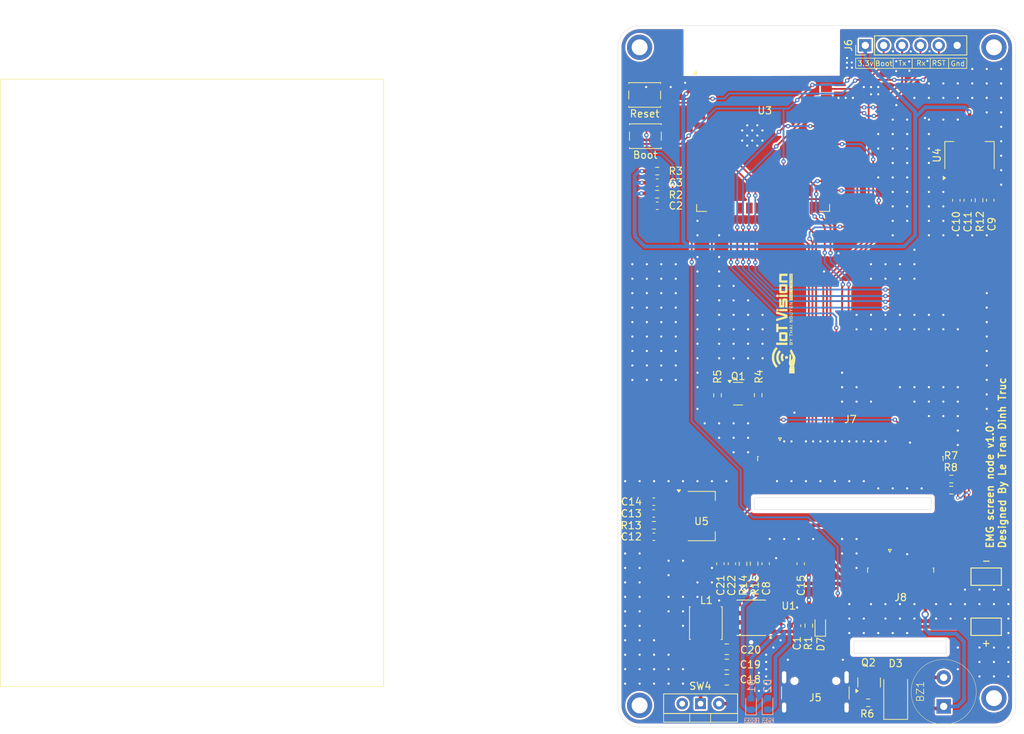
<source format=kicad_pcb>
(kicad_pcb (version 20240108) (generator "pcbnew") (generator_version "8.0")
  (layers (0 "F.Cu" signal) (31 "B.Cu" signal) (34 "B.Paste" user) (35 "F.Paste" user) (36 "B.SilkS" user "B.Silkscreen") (37 "F.SilkS" user "F.Silkscreen") (38 "B.Mask" user) (39 "F.Mask" user) (44 "Edge.Cuts" user))
  (net 0 "")
  (net 1 "GND")
  (net 2 "+3.3V")
  (net 3 "VOUT1")
  (net 4 "Net-(D7-A)")
  (net 5 "BAT")
  (net 14 "/SHD{slash}SD2")
  (net 15 "/SCK{slash}CLK")
  (net 16 "/SDO{slash}SD0")
  (net 17 "/SDI{slash}SD1")
  (net 18 "/SWP{slash}SD3")
  (net 19 "/SCS{slash}CMD")
  (net 21 "/IO36")
  (net 22 "/IO39")
  (net 24 "Reset")
  (net 25 "Net-(C8-Pad2)")
  (net 26 "3.3V_ESP32")
  (net 27 "Net-(C15-Pad1)")
  (net 28 "Vout")
  (net 29 "Net-(C22-Pad1)")
  (net 30 "Net-(D1-A)")
  (net 31 "Boot")
  (net 32 "U0RXD")
  (net 33 "U0TXD")
  (net 34 "Net-(U1-SW)")
  (net 35 "Net-(U1-KEY)")
  (net 36 "Net-(D1-K)")
  (net 37 "Net-(D2-K)")
  (net 61 "TOUCH_SDA")
  (net 62 "TOUCH_SCL")
  (net 63 "TOUCH_INT")
  (net 64 "TOUCH_RST")
  (net 65 "IO13")
  (net 66 "TFT_SCL")
  (net 67 "IO16")
  (net 68 "TFT_DC")
  (net 69 "Net-(J7-Pin_34)")
  (net 70 "IO17")
  (net 71 "TFT_RST")
  (net 72 "TFT_MISO")
  (net 73 "TFT_MOSI")
  (net 74 "TFT_CS")
  (net 75 "Net-(Q1-D)")
  (net 76 "IO27")
  (net 83 "Net-(BZ1--)")
  (net 84 "IO25")
  (net 85 "Vin")
  (footprint "MountingHole:MountingHole_2.2mm_M2_ISO7380_Pad" (layer "F.Cu") (at 155 141 90)
    (property "Reference" "H4" (hide yes))
    (property "Value" "MountingHole" (hide yes))
  )
  (footprint "Resistor_SMD:R_0603_1608Metric" (layer "F.Cu") (at 120.3 122.43 90)
    (property "Reference" "R14")
    (property "Value" "2R")
  )
  (footprint "MountingHole:MountingHole_2.2mm_M2_ISO7380_Pad" (layer "F.Cu") (at 106 142 90)
    (property "Reference" "H2" (hide yes))
    (property "Value" "MountingHole" (hide yes))
  )
  (footprint "Resistor_SMD:R_0603_1608Metric" (layer "F.Cu") (at 108.43 68.12 180)
    (property "Reference" "R3")
    (property "Value" "10K")
  )
  (footprint "Capacitor_SMD:C_0603_1608Metric" (layer "F.Cu") (at 108.43 69.72)
    (property "Reference" "C3")
    (property "Value" "0.1uF")
  )
  (footprint "Package_TO_SOT_SMD:SOT-23" (layer "F.Cu") (at 137.734 138.8375 90)
    (property "Reference" "Q2")
    (property "Value" "NMOS")
  )
  (footprint "Resistor_SMD:R_0603_1608Metric" (layer "F.Cu") (at 152.94 72.15 -90)
    (property "Reference" "R12")
    (property "Value" "0" (hide yes))
  )
  (footprint "RF_Module:ESP32-WROOM-32E" (layer "F.Cu") (at 123.08 60.74)
    (property "Reference" "U3")
    (property "Value" "ESP32-WROOM-32")
  )
  (footprint "Capacitor_SMD:C_0603_1608Metric" (layer "F.Cu") (at 154.4925 72.145 90)
    (property "Reference" "C9")
    (property "Value" "10uF" (hide yes))
  )
  (footprint "TestPoint:TestPoint_Keystone_5019_Minature" (layer "F.Cu") (at 153.924 131.131 180)
    (property "Reference" "+")
    (property "Value" "Conn_01x01_Pin" (hide yes))
  )
  (footprint "Button_Switch_SMD:SW_SPST_PTS810" (layer "F.Cu") (at 106.8 63.29)
    (property "Reference" "Boot")
    (property "Value" "SW_SPST" (hide yes))
  )
  (footprint "Capacitor_SMD:C_0603_1608Metric" (layer "F.Cu") (at 123.43 122.4145 -90)
    (property "Reference" "C8")
    (property "Value" "1uF")
  )
  (footprint "Inductor_SMD:L_Cenker_CKCS4020" (layer "F.Cu") (at 115.156 130.626 90)
    (property "Reference" "L1")
    (property "Value" "1uH")
  )
  (footprint "Diode_SMD:D_SMA" (layer "F.Cu") (at 141.414 140.43 90)
    (property "Reference" "D3")
    (property "Value" "D_Schottky")
  )
  (footprint "MountingHole:MountingHole_2.2mm_M2_ISO7380_Pad" (layer "F.Cu") (at 106 51 90)
    (property "Reference" "H1" (hide yes))
    (property "Value" "MountingHole" (hide yes))
  )
  (footprint "buzzer:9056-TS DIP Buzzer" (layer "F.Cu") (at 148.05 140.144 90)
    (property "Reference" "BZ1")
    (property "Value" "Buzzer")
  )
  (footprint "Capacitor_SMD:C_0603_1608Metric" (layer "F.Cu") (at 107.963 113.839)
    (property "Reference" "C14")
    (property "Value" "0.1uF")
  )
  (footprint "Capacitor_SMD:C_0603_1608Metric" (layer "F.Cu") (at 127.77 130.995 90)
    (property "Reference" "C1")
    (property "Value" "10uF")
  )
  (footprint "Button_Switch_THT:SW_Slide-03_Wuerth-WS-SLTV_10x2.5x6.4_P2.54mm" (layer "F.Cu") (at 114.43 141.77 180)
    (property "Reference" "SW4")
    (property "Value" "SW_DPDT_x2")
  )
  (footprint "Resistor_SMD:R_0603_1608Metric" (layer "F.Cu") (at 137.61 141.65)
    (property "Reference" "R6")
    (property "Value" "100k")
  )
  (footprint "Capacitor_SMD:C_0603_1608Metric" (layer "F.Cu") (at 107.963 115.464)
    (property "Reference" "C13")
    (property "Value" "10uF")
  )
  (footprint "Capacitor_SMD:C_0603_1608Metric" (layer "F.Cu") (at 118.77 122.4255 -90)
    (property "Reference" "C22")
    (property "Value" "10uF")
  )
  (footprint "Resistor_SMD:R_0603_1608Metric" (layer "F.Cu") (at 121.833 122.4195 -90)
    (property "Reference" "R16")
    (property "Value" "10k")
  )
  (footprint "IP5306:SOIC9P127_490X600X170L84X42T330X241N" (layer "F.Cu") (at 121.436 129.891 180)
    (property "Reference" "U1")
    (property "Value" "IP5306")
  )
  (footprint "Connector_FFC-FPC:TE_0-1734839-7_1x07-1MP_P0.5mm_Horizontal" (layer "F.Cu") (at 142.1 120.975)
    (property "Reference" "J8")
    (property "Value" "Conn_01x07_Socket")
  )
  (footprint "Capacitor_SMD:C_0603_1608Metric" (layer "F.Cu") (at 117.17 122.42 90)
    (property "Reference" "C21")
    (property "Value" "10uF")
  )
  (footprint "Resistor_SMD:R_0603_1608Metric" (layer "F.Cu") (at 149.1 110.7)
    (property "Reference" "R7")
    (property "Value" "10k")
  )
  (footprint "Resistor_SMD:R_0603_1608Metric" (layer "F.Cu") (at 116.7725 99.12 90)
    (property "Reference" "R5")
    (property "Value" "10K")
  )
  (footprint "Capacitor_SMD:C_0603_1608Metric" (layer "F.Cu") (at 149.8 72.155 90)
    (property "Reference" "C10")
    (property "Value" "10uF" (hide yes))
  )
  (footprint "Package_TO_SOT_SMD:SOT-223-3_TabPin2" (layer "F.Cu") (at 151.6175 65.945 90)
    (property "Reference" "U4")
    (property "Value" "AMS1117-3.3" (hide yes))
  )
  (footprint "Resistor_SMD:R_0603_1608Metric" (layer "F.Cu") (at 149.09 112.24)
    (property "Reference" "R8")
    (property "Value" "10k")
  )
  (footprint "Diode_SMD:D_0603_1608Metric" (layer "F.Cu") (at 130.987 130.959 90)
    (property "Reference" "D7")
    (property "Value" "1N5819")
  )
  (footprint "Resistor_SMD:R_0603_1608Metric" (layer "F.Cu") (at 107.983 117.104 180)
    (property "Reference" "R13")
    (property "Value" "0")
  )
  (footprint "Connector_USB:USB_C_Receptacle_GCT_USB4105-xx-A_16P_TopMnt_Horizontal" (layer "F.Cu") (at 130.302 141.224)
    (property "Reference" "J5")
    (property "Value" "USB_C_Receptacle_USB2.0_16P" (hide yes))
  )
  (footprint "Capacitor_SMD:C_0805_2012Metric" (layer "F.Cu") (at 118.05 134.24 180)
    (property "Reference" "C20")
    (property "Value" "22uF")
  )
  (footprint "Capacitor_SMD:C_0603_1608Metric" (layer "F.Cu") (at 151.375 72.155 90)
    (property "Reference" "C11")
    (property "Value" "0.1uF" (hide yes))
  )
  (footprint "Resistor_SMD:R_0603_1608Metric" (layer "F.Cu") (at 108.43 71.32 180)
    (property "Reference" "R2")
    (property "Value" "10K")
  )
  (footprint "Capacitor_SMD:C_0805_2012Metric" (layer "F.Cu") (at 118.05 138.46 180)
    (property "Reference" "C18")
    (property "Value" "22uF")
  )
  (footprint "Resistor_SMD:R_0603_1608Metric" (layer "F.Cu") (at 129.4 130.975 -90)
    (property "Reference" "R1")
    (property "Value" "2R")
  )
  (footprint "Capacitor_SMD:C_0805_2012Metric" (layer "F.Cu") (at 118.05 136.36 180)
    (property "Reference" "C19")
    (property "Value" "22uF")
  )
  (footprint "Package_TO_SOT_SMD:SOT-23" (layer "F.Cu") (at 119.62 98.9)
    (property "Reference" "Q1")
    (property "Value" "NMOS")
  )
  (footprint "Button_Switch_SMD:SW_SPST_PTS810" (layer "F.Cu") (at 106.7 57.59)
    (property "Reference" "Reset")
    (property "Value" "SW_SPST" (hide yes))
  )
  (footprint "Capacitor_SMD:C_0603_1608Metric" (layer "F.Cu") (at 107.973 118.6865)
    (property "Reference" "C12")
    (property "Value" "10uF")
  )
  (footprint "TestPoint:TestPoint_Keystone_5019_Minature" (layer "F.Cu") (at 153.924 124.206 180)
    (property "Reference" "-")
    (property "Value" "Conn_01x01_Pin" (hide yes))
  )
  (footprint "Connector_PinHeader_2.54mm:PinHeader_1x06_P2.54mm_Vertical" (layer "F.Cu") (at 137.21 50.735 90)
    (property "Reference" "J6")
    (property "Value" "Conn_01x06_Pin" (hide yes))
  )
  (footprint "Connector_FFC-FPC:TE_4-1734839-0_1x40-1MP_P0.5mm_Horizontal" (layer "F.Cu") (at 135.15 105.55)
    (property "Reference" "J7")
    (property "Value" "Conn_01x40_Socket")
  )
  (footprint "Resistor_SMD:R_0603_1608Metric" (layer "F.Cu") (at 122.3925 99.11 -90)
    (property "Reference" "R4")
    (property "Value" "3.9")
  )
  (footprint "MountingHole:MountingHole_2.2mm_M2_ISO7380_Pad" (layer "F.Cu") (at 155 51 90)
    (property "Reference" "H3" (hide yes))
    (property "Value" "MountingHole" (hide yes))
  )
  (footprint "logo:small_logo.pretty" (layer "F.Cu") (at 126 89 90)
    (property "Reference" "G***" (hide yes))
    (property "Value" "LOGO" (hide yes))
  )
  (footprint "Capacitor_SMD:C_0603_1608Metric" (layer "F.Cu") (at 128.277 122.424 90)
    (property "Reference" "C15")
    (property "Value" "10uF")
  )
  (footprint "Capacitor_SMD:C_0603_1608Metric" (layer "F.Cu") (at 108.43 72.92 180)
    (property "Reference" "C2")
    (property "Value" "0.1uF")
  )
  (footprint "Package_TO_SOT_SMD:SOT-223-3_TabPin2" (layer "F.Cu") (at 114.554 115.824)
    (property "Reference" "U5")
    (property "Value" "AMS1117-3.3")
  )
  (footprint "LED_SMD:LED_0603_1608Metric" (layer "B.Cu") (at 121.4075 141.825 90)
    (property "Reference" "D1")
    (property "Value" "LED")
  )
  (footprint "LED_SMD:LED_0603_1608Metric" (layer "B.Cu") (at 123.6875 141.795 90)
    (property "Reference" "D2")
    (property "Value" "LED")
  )
  (gr_line (start 148.73 52.55) (end 148.73 53.89) (stroke (width 0.1)) (layer "F.SilkS"))
  (gr_line (start 143.69 52.55) (end 143.69 53.85) (stroke (width 0.1)) (layer "F.SilkS"))
  (gr_rect (start 135.87 52.51) (end 151.24 53.91) (stroke (width 0.1)) (fill none) (layer "F.SilkS"))
  (gr_line (start 138.48 52.49) (end 138.48 53.91) (stroke (width 0.1)) (layer "F.SilkS"))
  (gr_rect (start 109.32 143.13) (end 119.56 144.32) (stroke (width 0.1)) (fill none) (layer "F.SilkS"))
  (gr_line (start 115.82 143.14) (end 115.82 144.3) (stroke (width 0.1)) (layer "F.SilkS"))
  (gr_line (start 112.93 143.16) (end 112.93 144.31) (stroke (width 0.1)) (layer "F.SilkS"))
  (gr_line (start 146.19 52.53) (end 146.19 53.85) (stroke (width 0.1)) (layer "F.SilkS"))
  (gr_rect (start 17.6 55.4) (end 70.6 139.4) (stroke (width 0.1)) (fill none) (layer "F.SilkS"))
  (gr_line (start 141.07 52.53) (end 141.08 53.86) (stroke (width 0.1)) (layer "F.SilkS"))
  (gr_rect (start 121.87 113.3) (end 146.33 114.93) (stroke (width 0.05)) (fill none) (layer "Edge.Cuts"))
  (gr_rect (start 135.6 133.1) (end 148.4 134.8) (stroke (width 0.05)) (fill none) (layer "Edge.Cuts"))
  (gr_line (start 106 145) (end 155 145) (stroke (width 0.05)) (layer "Edge.Cuts"))
  (gr_line (start 158 142) (end 158 51) (stroke (width 0.05)) (layer "Edge.Cuts"))
  (gr_arc (start 158 142) (mid 157.12132 144.12132) (end 155 145) (stroke (width 0.05)) (layer "Edge.Cuts"))
  (gr_line (start 103 142) (end 103 51) (stroke (width 0.05)) (layer "Edge.Cuts"))
  (gr_arc (start 106 145) (mid 103.87868 144.12132) (end 103 142) (stroke (width 0.05)) (layer "Edge.Cuts"))
  (gr_arc (start 155 48) (mid 157.12132 48.87868) (end 158 51) (stroke (width 0.05)) (layer "Edge.Cuts"))
  (gr_arc (start 103 51) (mid 103.87868 48.87868) (end 106 48) (stroke (width 0.05)) (layer "Edge.Cuts"))
  (gr_line (start 106 48) (end 155 48) (stroke (width 0.05)) (layer "Edge.Cuts"))
  (gr_text "25%" (at 124.6 144.4 0) (layer "B.SilkS" knockout) (effects (font (size 0.5 0.5) (thickness 0.125) (bold yes)) (justify left bottom mirror)))
  (gr_text "100%" (at 122.6 144.4 0) (layer "B.SilkS" knockout) (effects (font (size 0.5 0.5) (thickness 0.125) (bold yes)) (justify left bottom mirror)))
  (gr_text "Boot\n" (at 138.52 53.65 0) (layer "F.SilkS") (effects (font (size 0.7 0.7) (thickness 0.1)) (justify left bottom)))
  (gr_text "RST" (at 146.36 53.6 0) (layer "F.SilkS") (effects (font (size 0.7 0.7) (thickness 0.1)) (justify left bottom)))
  (gr_text "Designed By Le Tran Dinh Truc" (at 156.73 120.39 90) (layer "F.SilkS") (effects (font (size 1 1) (thickness 0.2) (bold yes)) (justify left bottom)))
  (gr_text "Gnd" (at 148.95 53.66 0) (layer "F.SilkS") (effects (font (size 0.7 0.7) (thickness 0.1)) (justify left bottom)))
  (gr_text "EMG screen node v1.0" (at 155.04 120.39 90) (layer "F.SilkS") (effects (font (size 1 1) (thickness 0.2) (bold yes)) (justify left bottom)))
  (gr_text "Rx" (at 144.21 53.6 0) (layer "F.SilkS") (effects (font (size 0.7 0.7) (thickness 0.1)) (justify left bottom)))
  (gr_text "Tx" (at 141.71 53.6 0) (layer "F.SilkS") (effects (font (size 0.7 0.7) (thickness 0.1)) (justify left bottom)))
  (gr_text "3.3v" (at 136.07 53.64 0) (layer "F.SilkS") (effects (font (size 0.7 0.7) (thickness 0.1)) (justify left bottom)))
  (segment (start 127.4 105.1) (end 127 105.5) (width 0.25) (layer "F.Cu") (net 1))
  (segment (start 117.2145 121.645) (end 118.77 123.2005) (width 0.5) (layer "F.Cu") (net 1))
  (segment (start 106.885 56.515) (end 106.9 56.5) (width 0.5) (layer "F.Cu") (net 1))
  (segment (start 143.4 105.65) (end 143.39 105.66) (width 0.25) (layer "F.Cu") (net 1))
  (segment (start 127.102 137.544) (end 127.102 136.302) (width 0.5) (layer "F.Cu") (net 1))
  (segment (start 127.4 104.2) (end 127.4 105.1) (width 0.25) (layer "F.Cu") (net 1))
  (segment (start 121.436 133.274) (end 121.43 133.28) (width 1) (layer "F.Cu") (net 1))
  (segment (start 127.77 130.22) (end 127.77 128.48) (width 0.5) (layer "F.Cu") (net 1))
  (segment (start 143.4 104.2) (end 143.4 103.51) (width 0.25) (layer "F.Cu") (net 1))
  (segment (start 149.87 72.975) (end 149.825 72.93) (width 0.5) (layer "F.Cu") (net 1))
  (segment (start 143.4 103.51) (end 142.43 102.54) (width 0.25) (layer "F.Cu") (net 1))
  (segment (start 121.436 129.891) (end 121.436 133.274) (width 1) (layer "F.Cu") (net 1))
  (segment (start 110.285 56.515) (end 110.3 56.5) (width 0.5) (layer "F.Cu") (net 1))
  (segment (start 127.102 136.302) (end 126.5 135.7) (width 0.5) (layer "F.Cu") (net 1))
  (segment (start 104.625 56.515) (end 106.885 56.515) (width 0.5) (layer "F.Cu") (net 1))
  (segment (start 124.8795 121.6395) (end 124.88 121.64) (width 0.5) (layer "F.Cu") (net 1))
  (segment (start 138.684 140.356) (end 138.43 140.61) (width 0.5) (layer "F.Cu") (net 1))
  (segment (start 133.502 136.298) (end 134.1 135.7) (width 0.5) (layer "F.Cu") (net 1))
  (segment (start 143.4 104.2) (end 143.4 105.65) (width 0.25) (layer "F.Cu") (net 1))
  (segment (start 127.77 128.48) (end 127.78 128.47) (width 0.5) (layer "F.Cu") (net 1))
  (segment (start 112.72 55.48) (end 112.3 55.9) (width 0.5) (layer "F.Cu") (net 1))
  (segment (start 138.684 139.775) (end 138.684 140.356) (width 0.5) (layer "F.Cu") (net 1))
  (segment (start 127.4 104.2) (end 127.4 101.52) (width 0.25) (layer "F.Cu") (net 1))
  (segment (start 138.435 140.615) (end 138.435 141.65) (width 0.5) (layer "F.Cu") (net 1))
  (segment (start 108.775 56.515) (end 110.285 56.515) (width 0.5) (layer "F.Cu") (net 1))
  (segment (start 117.17 121.645) (end 117.2145 121.645) (width 0.5) (layer "F.Cu") (net 1))
  (segment (start 133.502 137.544) (end 133.502 136.298) (width 0.5) (layer "F.Cu") (net 1))
  (segment (start 138.43 140.61) (end 138.435 140.615) (width 0.5) (layer "F.Cu") (net 1))
  (segment (start 143.6 119.625) (end 143.6 120.5) (width 0.25) (layer "F.Cu") (net 1))
  (segment (start 114.33 55.48) (end 112.72 55.48) (width 0.5) (layer "F.Cu") (net 1))
  (segment (start 123.43 121.6395) (end 124.8795 121.6395) (width 0.5) (layer "F.Cu") (net 1))
  (segment (start 143.6 120.5) (end 143 121.1) (width 0.25) (layer "F.Cu") (net 1))
  (via (at 104 135) (size 0.5) (drill 0.3) (layers "F.Cu" "B.Cu") (net 1))
  (via (at 109 81) (size 0.5) (drill 0.3) (layers "F.Cu" "B.Cu") (net 1))
  (via (at 104 129) (size 0.5) (drill 0.3) (layers "F.Cu" "B.Cu") (net 1))
  (via (at 134 98) (size 0.5) (drill 0.3) (layers "F.Cu" "B.Cu") (net 1))
  (via (at 138 56.5) (size 0.6) (drill 0.3) (layers "F.Cu" "B.Cu") (net 1))
  (via (at 134 121) (size 0.5) (drill 0.3) (layers "F.Cu" "B.Cu") (net 1))
  (via (at 125.5 133) (size 0.6) (drill 0.3) (layers "F.Cu" "B.Cu") (net 1))
  (via (at 146 69) (size 0.5) (drill 0.3) (layers "F.Cu" "B.Cu") (net 1))
  (via (at 110 111) (size 0.5) (drill 0.3) (layers "F.Cu" "B.Cu") (net 1))
  (via (at 107 87) (size 0.5) (drill 0.3) (layers "F.Cu" "B.Cu") (net 1))
  (via (at 157 132) (size 0.5) (drill 0.3) (layers "F.Cu" "B.Cu") (net 1))
  (via (at 139 69) (size 0.5) (drill 0.3) (layers "F.Cu" "B.Cu") (net 1))
  (via (at 110 137) (size 0.5) (drill 0.3) (layers "F.Cu" "B.Cu") (net 1))
  (via (at 144 90) (size 0.5) (drill 0.3) (layers "F.Cu" "B.Cu") (net 1))
  (via (at 140 128) (size 0.5) (drill 0.3) (layers "F.Cu" "B.Cu") (net 1))
  (via (at 141.49 52.94) (size 0.5) (drill 0.3) (layers "F.Cu" "B.Cu") (net 1))
  (via (at 135 105.5) (size 0.5) (drill 0.3) (layers "F.Cu" "B.Cu") (net 1))
  (via (at 154 95) (size 0.5) (drill 0.3) (layers "F.Cu" "B.Cu") (net 1))
  (via (at 127.78 128.47) (size 0.6) (drill 0.3) (layers "F.Cu" "B.Cu") (net 1))
  (via (at 108 137) (size 0.5) (drill 0.3) (layers "F.Cu" "B.Cu") (net 1))
  (via (at 141.5 59) (size 0.6) (drill 0.3) (layers "F.Cu" "B.Cu") (net 1))
  (via (at 148 77) (size 0.5) (drill 0.3) (layers "F.Cu" "B.Cu") (net 1))
  (via (at 150 58) (size 0.5) (drill 0.3) (layers "F.Cu" "B.Cu") (net 1))
  (via (at 119 94) (size 0.5) (drill 0.3) (layers "F.Cu" "B.Cu") (net 1))
  (via (at 114 127) (size 0.5) (drill 0.3) (layers "F.Cu" "B.Cu") (net 1))
  (via (at 107 97) (size 0.5) (drill 0.3) (layers "F.Cu" "B.Cu") (net 1))
  (via (at 157 136) (size 0.5) (drill 0.3) (layers "F.Cu" "B.Cu") (net 1))
  (via (at 148 56) (size 0.5) (drill 0.3) (layers "F.Cu" "B.Cu") (net 1))
  (via (at 154 87) (size 0.5) (drill 0.3) (layers "F.Cu" "B.Cu") (net 1))
  (via (at 141 71) (size 0.5) (drill 0.3) (layers "F.Cu" "B.Cu") (net 1))
  (via (at 157 134) (size 0.5) (drill 0.3) (layers "F.Cu" "B.Cu") (net 1))
  (via (at 121 90) (size 0.5) (drill 0.3) (layers "F.Cu" "B.Cu") (net 1))
  (via (at 153 126) (size 0.5) (drill 0.3) (layers "F.Cu" "B.Cu") (net 1))
  (via (at 112 139) (size 0.5) (drill 0.3) (layers "F.Cu" "B.Cu") (net 1))
  (via (at 150 56) (size 0.5) (drill 0.3) (layers "F.Cu" "B.Cu") (net 1))
  (via (at 141 112) (size 0.5) (drill 0.3) (layers "F.Cu" "B.Cu") (net 1))
  (via (at 139 63) (size 0.5) (drill 0.3) (layers "F.Cu" "B.Cu") (net 1))
  (via (at 140 83) (size 0.5) (drill 0.3) (layers "F.Cu" "B.Cu") (net 1))
  (via (at 105 87) (size 0.5) (drill 0.3) (layers "F.Cu" "B.Cu") (net 1))
  (via (at 117 84) (size 0.5) (drill 0.3) (layers "F.Cu" "B.Cu") (net 1))
  (via (at 104 127) (size 0.5) (drill 0.3) (layers "F.Cu" "B.Cu") (net 1))
  (via (at 111 85) (size 0.5) (drill 0.3) (layers "F.Cu" "B.Cu") (net 1))
  (via (at 138 100) (size 0.5) (drill 0.3) (layers "F.Cu" "B.Cu") (net 1))
  (via (at 105 85) (size 0.5) (drill 0.3) (layers "F.Cu" "B.Cu") (net 1))
  (via (at 142 128) (size 0.5) (drill 0.3) (layers "F.Cu" "B.Cu") (net 1))
  (via (at 148 90) (size 0.5) (drill 0.3) (layers "F.Cu" "B.Cu") (net 1))
  (via (at 157 138) (size 0.5) (drill 0.3) (layers "F.Cu" "B.Cu") (net 1))
  (via (at 135.5 58) (size 0.5) (drill 0.3) (layers "F.Cu" "B.Cu") (net 1))
  (via (at 144 100) (size 0.5) (drill 0.3) (layers "F.Cu" "B.Cu") (net 1))
  (via (at 141.48 54.29) (size 0.5) (drill 0.3) (layers "F.Cu" "B.Cu") (net 1))
  (via (at 117 90) (size 0.5) (drill 0.3) (layers "F.Cu" "B.Cu") (net 1))
  (via (at 133.5 58) (size 0.5) (drill 0.3) (layers "F.Cu" "B.Cu") (net 1))
  (via (at 134.67 53.82) (size 0.5) (drill 0.3) (layers "F.Cu" "B.Cu") (net 1))
  (via (at 104 131) (size 0.5) (drill 0.3) (layers "F.Cu" "B.Cu") (net 1))
  (via (at 143 132) (size 0.5) (drill 0.3) (layers "F.Cu" "B.Cu") (net 1))
  (via (at 107 89) (size 0.5) (drill 0.3) (layers "F.Cu" "B.Cu") (net 1))
  (via (at 143 61) (size 0.5) (drill 0.3) (layers "F.Cu" "B.Cu") (net 1))
  (via (at 123.5 138) (size 0.6) (drill 0.3) (layers "F.Cu" "B.Cu") (net 1))
  (via (at 148 71) (size 0.5) (drill 0.3) (layers "F.Cu" "B.Cu") (net 1))
  (via (at 110 124) (size 0.5) (drill 0.3) (layers "F.Cu" "B.Cu") (net 1))
  (via (at 150 61) (size 0.5) (drill 0.3) (layers "F.Cu" "B.Cu") (net 1))
  (via (at 152 77) (size 0.5) (drill 0.3) (layers "F.Cu" "B.Cu") (net 1))
  (via (at 144 83) (size 0.5) (drill 0.3) (layers "F.Cu" "B.Cu") (net 1))
  (via (at 121.43 133.28) (size 1) (drill 0.6) (layers "F.Cu" "B.Cu") (net 1))
  (via (at 150 106) (size 0.5) (drill 0.3) (layers "F.Cu" "B.Cu") (net 1))
  (via (at 141 63) (size 0.5) (drill 0.3) (layers "F.Cu" "B.Cu") (net 1))
  (via (at 112 137) (size 0.5) (drill 0.3) (layers "F.Cu" "B.Cu") (net 1))
  (via (at 126 105.5) (size 0.6) (drill 0.3) (layers "F.Cu" "B.Cu") (net 1))
  (via (at 104 123) (size 0.5) (drill 0.3) (layers "F.Cu" "B.Cu") (net 1))
  (via (at 141 73) (size 0.5) (drill 0.3) (layers "F.Cu" "B.Cu") (net 1))
  (via (at 119 88) (size 0.5) (drill 0.3) (layers "F.Cu" "B.Cu") (net 1))
  (via (at 111 83) (size 0.5) (drill 0.3) (layers "F.Cu" "B.Cu") (net 1))
  (via (at 117 94) (size 0.5) (drill 0.3) (layers "F.Cu" "B.Cu") (net 1))
  (via (at 109 95) (size 0.5) (drill 0.3) (layers "F.Cu" "B.Cu") (net 1))
  (via (at 156 54) (size 0.5) (drill 0.3) (layers "F.Cu" "B.Cu") (net 1))
  (via (at 156 56) (size 0.5) (drill 0.3) (layers "F.Cu" "B.Cu") (net 1))
  (via (at 114 101) (size 0.5) (drill 0.3) (layers "F.Cu" "B.Cu") (net 1))
  (via (at 140 90) (size 0.5) (drill 0.3) (layers "F.Cu" "B.Cu") (net 1))
  (via (at 143 75) (size 0.5) (drill 0.3) (layers "F.Cu" "B.Cu") (net 1))
  (via (at 147 130) (size 0.5) (drill 0.3) (layers "F.Cu" "B.Cu") (net 1))
  (via (at 121 88) (size 0.5) (drill 0.3) (layers "F.Cu" "B.Cu") (net 1))
  (via (at 139 132) (size 0.5) (drill 0.3) (layers "F.Cu" "B.Cu") (net 1))
  (via (at 112 131) (size 0.5) (drill 0.3) (layers "F.Cu" "B.Cu") (net 1))
  (via (at 146 67) (size 0.5) (drill 0.3) (layers "F.Cu" "B.Cu") (net 1))
  (via (at 111 95) (size 0.5) (drill 0.3) (layers "F.Cu" "B.Cu") (net 1))
  (via (at 143 73) (size 0.5) (drill 0.3) (layers "F.Cu" "B.Cu") (net 1))
  (via (at 110 139) (size 0.5) (drill 0.3) (layers "F.Cu" "B.Cu") (net 1))
  (via (at 114 92) (size 0.5) (drill 0.3) (layers "F.Cu" "B.Cu") (net 1))
  (via (at 127 111) (size 0.5) (drill 0.3) (layers "F.Cu" "B.Cu") (net 1))
  (via (at 139 112) (size 0.5) (drill 0.3) (layers "F.Cu" "B.Cu") (net 1))
  (via (at 151 128) (size 0.5) (drill 0.3) (layers "F.Cu" "B.Cu") (net 1))
  (via (at 104 139) (size 0.5) (drill 0.3) (layers "F.Cu" "B.Cu") (net 1))
  (via (at 109 87) (size 0.5) (drill 0.3) (layers "F.Cu" "B.Cu") (net 1))
  (via (at 153 134) (size 0.5) (drill 0.3) (layers "F.Cu" "B.Cu") (net 1))
  (via (at 154 103) (size 0.5) (drill 0.3) (layers "F.Cu" "B.Cu") (net 1))
  (via (at 117 127.5) (size 0.6) (drill 0.3) (layers "F.Cu" "B.Cu") (net 1))
  (via (at 117 82) (size 0.5) (drill 0.3) (layers "F.Cu" "B.Cu") (net 1))
  (via (at 154 77) (size 0.5) (drill 0.3) (layers "F.Cu" "B.Cu") (net 1))
  (via (at 142 90) (size 0.5) (drill 0.3) (layers "F.Cu" "B.Cu") (net 1))
  (via (at 111 91) (size 0.5) (drill 0.3) (layers "F.Cu" "B.Cu") (net 1))
  (via (at 108 135) (size 0.5) (drill 0.3) (layers "F.Cu" "B.Cu") (net 1))
  (via (at 146 98) (size 0.5) (drill 0.3) (layers "F.Cu" "B.Cu") (net 1))
  (via (at 145 112) (size 0.5) (drill 0.3) (layers "F.Cu" "B.Cu") (net 1))
  (via (at 112.3 55.9) (size 0.6) (drill 0.3) (layers "F.Cu" "B.Cu") (net 1))
  (via (at 137 111) (size 0.5) (drill 0.3) (layers "F.Cu" "B.Cu") (net 1))
  (via (at 150 100) (size 0.5) (drill 0.3) (layers "F.Cu" "B.Cu") (net 1))
  (via (at 144 58) (size 0.5) (drill 0.3) (layers "F.Cu" "B.Cu") (net 1))
  (via (at 154 56) (size 0.5) (drill 0.3) (layers "F.Cu" "B.Cu") (net 1))
  (via (at 117 86) (size 0.5) (drill 0.3) (layers "F.Cu" "B.Cu") (net 1))
  (via (at 156 64) (size 0.5) (drill 0.3) (layers "F.Cu" "B.Cu") (net 1))
  (via (at 138 88) (size 0.5) (drill 0.3) (layers "F.Cu" "B.Cu") (net 1))
  (via (at 112 111) (size 0.5) (drill 0.3) (layers "F.Cu" "B.Cu") (net 1))
  (via (at 143 63) (size 0.5) (drill 0.3) (layers "F.Cu" "B.Cu") (net 1))
  (via (at 140 105.5) (size 0.5) (drill 0.3) (layers "F.Cu" "B.Cu") (net 1))
  (via (at 154 97) (size 0.5) (drill 0.3) (layers "F.Cu" "B.Cu") (net 1))
  (via (at 153 138) (size 0.5) (drill 0.3) (layers "F.Cu" "B.Cu") (net 1))
  (via (at 134 105.5) (size 0.5) (drill 0.3) (layers "F.Cu" "B.Cu") (net 1))
  (via (at 105 91) (size 0.5) (drill 0.3) (layers "F.Cu" "B.Cu") (net 1))
  (via (at 144 128) (size 0.5) (drill 0.3) (layers "F.Cu" "B.Cu") (net 1))
  (via (at 155 128) (size 0.5) (drill 0.3) (layers "F.Cu" "B.Cu") (net 1))
  (via (at 119 105) (size 0.5) (drill 0.3) (layers "F.Cu" "B.Cu") (net 1))
  (via (at 146 61) (size 0.5) (drill 0.3) (layers "F.Cu" "B.Cu") (net 1))
  (via (at 149 130) (size 0.5) (drill 0.3) (layers "F.Cu" "B.Cu") (net 1))
  (via (at 114 75) (size 0.5) (drill 0.3) (layers "F.Cu" "B.Cu") (net 1))
  (via (at 104 133) (size 0.5) (drill 0.3) (layers "F.Cu" "B.Cu") (net 1))
  (via (at 139 57.5) (size 0.6) (drill 0.3) (layers "F.Cu" "B.Cu") (net 1))
  (via (at 109 93) (size 0.5) (drill 0.3) (layers "F.Cu" "B.Cu") (net 1))
  (via (at 123.5 137) (size 0.6) (drill 0.3) (layers "F.Cu" "B.Cu") (net 1))
  (via (at 106 125) (size 0.5) (drill 0.3) (layers "F.Cu" "B.Cu") (net 1))
  (via (at 148 58) (size 0.5) (drill 0.3) (layers "F.Cu" "B.Cu") (net 1))
  (via (at 144 79) (size 0.5) (drill 0.3) (layers "F.Cu" "B.Cu") (net 1))
  (via (at 138 83) (size 0.5) (drill 0.3) (layers "F.Cu" "B.Cu") (net 1))
  (via (at 104 137) (size 0.5) (drill 0.3) (layers "F.Cu" "B.Cu") (net 1))
  (via (at 139 56.5) (size 0.6) (drill 0.3) (layers "F.Cu" "B.Cu") (net 1))
  (via (at 108 111) (size 0.5) (drill 0.3) (layers "F.Cu" "B.Cu") (net 1))
  (via (at 146 73) (size 0.5) (drill 0.3) (layers "F.Cu" "B.Cu") (net 1))
  (via (at 134 119) (size 0.5) (drill 0.3) (layers "F.Cu" "B.Cu") (net 1))
  (via (at 146 65) (size 0.5) (drill 0.3) (layers "F.Cu" "B.Cu") (net 1))
  (via (at 156 62) (size 0.5) (drill 0.3) (layers "F.Cu" "B.Cu") (net 1))
  (via (at 136 123) (size 0.5) (drill 0.3) (layers "F.Cu" "B.Cu") (net 1))
  (via (at 136 121) (size 0.5) (drill 0.3) (layers "F.Cu" "B.Cu") (net 1))
  (via (at 135 111) (size 0.5) (drill 0.3) (layers "F.Cu" "B.Cu") (net 1))
  (via (at 105 81) (size 0.5) (drill 0.3) (layers "F.Cu" "B.Cu") (net 1))
  (via (at 106.9 56.5) (size 0.6) (drill 0.3) (layers "F.Cu" "B.Cu") (net 1))
  (via (at 122.5 140) (size 0.6) (drill 0.3) (layers "F.Cu" "B.Cu") (net 1))
  (via (at 111 93) (size 0.5) (drill 0.3) (layers "F.Cu" "B.Cu") (net 1))
  (via (at 123.5 139) (size 0.6) (drill 0.3) (layers "F.Cu" "B.Cu") (net 1))
  (via (at 119 84) (size 0.5) (drill 0.3) (layers "F.Cu" "B.Cu") (net 1))
  (via (at 106 129) (size 0.5) (drill 0.3) (layers "F.Cu" "B.Cu") (net 1))
  (via (at 155 136) (size 0.5) (drill 0.3) (layers "F.Cu" "B.Cu") (net 1))
  (via (at 137 56.5) (size 0.6) (drill 0.3) (layers "F.Cu" "B.Cu") (net 1))
  (via (at 118 111) (size 0.5) (drill 0.3) (layers "F.Cu" "B.Cu") (net 1))
  (via (at 114 86) (size 0.5) (drill 0.3) (layers "F.Cu" "B.Cu") (net 1))
  (via (at 141 69) (size 0.5) (drill 0.3) (layers "F.Cu" "B.Cu") (net 1))
  (via (at 143.49 51.57) (size 0.5) (drill 0.3) (layers "F.Cu" "B.Cu") (net 1))
  (via (at 121 105) (size 0.5) (drill 0.3) (layers "F.Cu" "B.Cu") (net 1))
  (via (at 114 90) (size 0.5) (drill 0.3) (layers "F.Cu" "B.Cu") (net 1))
  (via (at 106 111) (size 0.5) (drill 0.3) (layers "F.Cu" "B.Cu") (net 1))
  (via (at 150 77) (size 0.5) (drill 0.3) (layers "F.Cu" "B.Cu") (net 1))
  (via (at 134.68 52.48) (size 0.5) (drill 0.3) (layers "F.Cu" "B.Cu") (net 1))
  (via (at 115 103) (size 0.5) (drill 0.3) (layers "F.Cu" "B.Cu") (net 1))
  (via (at 116 111) (size 0.5) (drill 0.3) (layers "F.Cu" "B.Cu") (net 1))
  (via (at 146 58) (size 0.5) (drill 0.3) (layers "F.Cu" "B.Cu") (net 1))
  (via (at 112 129) (size 0.5) (drill 0.3) (layers "F.Cu" "B.Cu") (net 1))
  (via (at 142 98) (size 0.5) (drill 0.3) (layers "F.Cu" "B.Cu") (net 1))
  (via (at 114 96) (size 0.5) (drill 0.3) (layers "F.Cu" "B.Cu") (net 1))
  (via (at 111 89) (size 0.5) (drill 0.3) (layers "F.Cu" "B.Cu") (net 1))
  (via (at 119 90) (size 0.5) (drill 0.3) (layers "F.Cu" "B.Cu") (net 1))
  (via (at 106 139) (size 0.5) (drill 0.3) (layers "F.Cu" "B.Cu") (net 1))
  (via (at 152 54) (size 0.5) (drill 0.3) (layers "F.Cu" "B.Cu") (net 1))
  (via (at 127 105.5) (size 0.6) (drill 0.3) (layers "F.Cu" "B.Cu") (net 1))
  (via (at 108 139) (size 0.5) (drill 0.3) (layers "F.Cu" "B.Cu") (net 1))
  (via (at 155 134) (size 0.5) (drill 0.3) (layers "F.Cu" "B.Cu") (net 1))
  (via (at 146 100) (size 0.5) (drill 0.3) (layers "F.Cu" "B.Cu") (net 1))
  (via (at 151 126) (size 0.5) (drill 0.3) (layers "F.Cu" "B.Cu") (net 1))
  (via (at 148 100) (size 0.5) (drill 0.3) (layers "F.Cu" "B.Cu") (net 1))
  (via (at 148 73) (size 0.5) (drill 0.3) (layers "F.Cu" "B.Cu") (net 1))
  (via (at 135 128) (size 0.5) (drill 0.3) (layers "F.Cu" "B.Cu") (net 1))
  (via (at 124.88 121.64) (size 0.6) (drill 0.3) (layers "F.Cu" "B.Cu") (net 1))
  (via (at 146 71) (size 0.5) (drill 0.3) (layers "F.Cu" "B.Cu") (net 1))
  (via (at 154 85) (size 0.5) (drill 0.3) (layers "F.Cu" "B.Cu") (net 1))
  (via (at 146.1 51.56) (size 0.5) (drill 0.3) (layers "F.Cu" "B.Cu") (net 1))
  (via (at 119 103) (size 0.5) (drill 0.3) (layers "F.Cu" "B.Cu") (net 1))
  (via (at 106 121) (size 0.5) (drill 0.3) (layers "F.Cu" "B.Cu") (net 1))
  (via (at 135 132) (size 0.5) (drill 0.3) (layers "F.Cu" "B.Cu") (net 1))
  (via (at 154 54) (size 0.5) (drill 0.3) (layers "F.Cu" "B.Cu") (net 1))
  (via (at 117 80) (size 0.5) (drill 0.3) (layers "F.Cu" "B.Cu") (net 1))
  (via (at 148 88) (size 0.5) (drill 0.3) (layers "F.Cu" "B.Cu") (net 1))
  (via (at 110.3 56.5) (size 0.6) (drill 0.3) (layers "F.Cu" "B.Cu") (net 1))
  (via (at 105 93) (size 0.5) (drill 0.3) (layers "F.Cu" "B.Cu") (net 1))
  (via (at 127.4 101.52) (size 0.6) (drill 0.3) (layers "F.Cu" "B.Cu") (net 1))
  (via (at 150 102) (size 0.5) (drill 0.3) (layers "F.Cu" "B.Cu") (net 1))
  (via (at 150 137) (size 0.5) (drill 0.3) (layers "F.Cu" "B.Cu") (net 1))
  (via (at 121 86) (size 0.5) (drill 0.3) (layers "F.Cu" "B.Cu") (net 1))
  (via (at 133 105.5) (size 0.5) (drill 0.3) (layers "F.Cu" "B.Cu") (net 1))
  (via (at 148 98) (size 0.5) (drill 0.3) (layers "F.Cu" "B.Cu") (net 1))
  (via (at 156 70) (size 0.5) (drill 0.3) (layers "F.Cu" "B.Cu") (net 1))
  (via (at 130 105.5) (size 0.5) (drill 0.3) (layers "F.Cu" "B.Cu") (net 1))
  (via (at 138 90) (size 0.5) (drill 0.3) (layers "F.Cu" "B.Cu") (net 1))
  (via (at 137 105.5) (size 0.5) (drill 0.3) (layers "F.Cu" "B.Cu") (net 1))
  (via (at 105 95) (size 0.5) (drill 0.3) (layers "F.Cu" "B.Cu") (net 1))
  (via (at 143.39 105.66) (size 0.6) (drill 0.3) (layers "F.Cu" "B.Cu") (net 1))
  (via (at 104 121) (size 0.5) (drill 0.3) (layers "F.Cu" "B.Cu") (net 1))
  (via (at 156 66) (size 0.5) (drill 0.3) (layers "F.Cu" "B.Cu") (net 1))
  (via (at 109 97) (size 0.5) (drill 0.3) (layers "F.Cu" "B.Cu") (net 1))
  (via (at 146 75) (size 0.5) (drill 0.3) (layers "F.Cu" "B.Cu") (net 1))
  (via (at 141 61) (size 0.5) (drill 0.3) (layers "F.Cu" "B.Cu") (net 1))
  (via (at 137 132) (size 0.5) (drill 0.3) (layers "F.Cu" "B.Cu") (net 1))
  (via (at 109 85) (size 0.5) (drill 0.3) (layers "F.Cu" "B.Cu") (net 1))
  (via (at 149 128) (size 0.5) (drill 0.3) (layers "F.Cu" "B.Cu") (net 1))
  (via (at 104 111) (size 0.5) (drill 0.3) (layers "F.Cu" "B.Cu") (net 1))
  (via (at 146 63) (size 0.5) (drill 0.3) (layers "F.Cu" "B.Cu") (net 1))
  (via (at 142 88) (size 0.5) (drill 0.3) (layers "F.Cu" "B.Cu") (net 1))
  (via (at 144 81) (size 0.5) (drill 0.3) (layers "F.Cu" "B.Cu") (net 1))
  (via (at 117 88) (size 0.5) (drill 0.3) (layers "F.Cu" "B.Cu") (net 1))
  (via (at 109 89) (size 0.5) (drill 0.3) (layers "F.Cu" "B.Cu") (net 1))
  (via (at 153 136) (size 0.5) (drill 0.3) (layers "F.Cu" "B.Cu") (net 1))
  (via (at 148 102) (size 0.5) (drill 0.3) (layers "F.Cu" "B.Cu") (net 1))
  (via (at 131 111) (size 0.5) (drill 0.3) (layers "F.Cu" "B.Cu") (net 1))
  (via (at 112 127) (size 0.5) (drill 0.3) (layers "F.Cu" "B.Cu") (net 1))
  (via (at 106 137) (size 0.5) (drill 0.3) (layers "F.Cu" "B.Cu") (net 1))
  (via (at 136 88) (size 0.5) (drill 0.3) (layers "F.Cu" "B.Cu") (net 1))
  (via (at 128 119) (size 0.5) (drill 0.3) (layers "F.Cu" "B.Cu") (net 1))
  (via (at 142 83) (size 0.5) (drill 0.3) (layers "F.Cu" "B.Cu") (net 1))
  (via (at 129 111) (size 0.5) (drill 0.3) (layers "F.Cu" "B.Cu") (net 1))
  (via (at 143 71) (size 0.5) (drill 0.3) (layers "F.Cu" "B.Cu") (net 1))
  (via (at 134 100) (size 0.5) (drill 0.3) (layers "F.Cu" "B.Cu") (net 1))
  (via (at 135 130) (size 0.5) (drill 0.3) (layers "F.Cu" "B.Cu") (net 1))
  (via (at 153 128) (size 0.5) (drill 0.3) (layers "F.Cu" "B.Cu") (net 1))
  (via (at 123 92) (size 0.5) (drill 0.3) (layers "F.Cu" "B.Cu") (net 1))
  (via (at 123.5 135) (size 0.6) (drill 0.3) (layers "F.Cu" "B.Cu") (net 1))
  (via (at 146 56) (size 0.5) (drill 0.3) (layers "F.Cu" "B.Cu") (net 1))
  (via (at 154 60) (size 0.5) (drill 0.3) (layers "F.Cu" "B.Cu") (net 1))
  (via (at 134 96) (size 0.5) (drill 0.3) (layers "F.Cu" "B.Cu") (net 1))
  (via (at 105 83) (size 0.5) (drill 0.3) (layers "F.Cu" "B.Cu") (net 1))
  (via (at 129 105.5) (size 0.5) (drill 0.3) (layers "F.Cu" "B.Cu") (net 1))
  (via (at 114 111) (size 0.5) (drill 0.3) (layers "F.Cu" "B.Cu") (net 1))
  (via (at 110 122) (size 0.5) (drill 0.3) (layers "F.Cu" "B.Cu") (net 1))
  (via (at 106 123) (size 0.5) (drill 0.3) (layers "F.Cu" "B.Cu") (net 1))
  (via (at 106 135) (size 0.5) (drill 0.3) (layers "F.Cu" "B.Cu") (net 1))
  (via (at 111 87) (size 0.5) (drill 0.3) (layers "F.Cu" "B.Cu") (net 1))
  (via (at 105 89) (size 0.5) (drill 0.3) (layers "F.Cu" "B.Cu") (net 1))
  (via (at 144 88) (size 0.5) (drill 0.3) (layers "F.Cu" "B.Cu") (net 1))
  (via (at 124 119) (size 0.5) (drill 0.3) (layers "F.Cu" "B.Cu") (net 1))
  (via (at 119 107) (size 0.5) (drill 0.3) (layers "F.Cu" "B.Cu") (net 1))
  (via (at 154 89) (size 0.5) (drill 0.3) (layers "F.Cu" "B.Cu") (net 1))
  (via (at 157 126) (size 0.5) (drill 0.3) (layers "F.Cu" "B.Cu") (net 1))
  (via (at 148 61) (size 0.5) (drill 0.3) (layers "F.Cu" "B.Cu") (net 1))
  (via (at 116 123) (size 0.5) (drill 0.3) (layers "F.Cu" "B.Cu") (net 1))
  (via (at 124.5 134) (size 0.6) (drill 0.3) (layers "F.Cu" "B.Cu") (net 1))
  (via (at 150 104) (size 0.5) (drill 0.3) (layers "F.Cu" "B.Cu") (net 1))
  (via (at 143 121.1) (size 0.6) (drill 0.3) (layers "F.Cu" "B.Cu") (net 1))
  (via (at 107 91) (size 0.5) (drill 0.3) (layers "F.Cu" "B.Cu") (net 1))
  (via (at 117 103) (size 0.5) (drill 0.3) (layers "F.Cu" "B.Cu") (net 1))
  (via (at 141.04 51.57) (size 0.5) (drill 0.3) (layers "F.Cu" "B.Cu") (net 1))
  (via (at 157 130) (size 0.5) (drill 0.3) (layers "F.Cu" "B.Cu") (net 1))
  (via (at 140 130) (size 0.5) (drill 0.3) (layers "F.Cu" "B.Cu") (net 1))
  (via (at 143.31 54.24) (size 0.5) (drill 0.3) (layers "F.Cu" "B.Cu") (net 1))
  (via (at 112 122) (size 0.5) (drill 0.3) (layers "F.Cu" "B.Cu") (net 1))
  (via (at 134.67 53.13) (size 0.5) (drill 0.3) (layers "F.Cu" "B.Cu") (net 1))
  (via (at 141 65) (size 0.5) (drill 0.3) (layers "F.Cu" "B.Cu") (net 1))
  (via (at 114 82) (size 0.5) (drill 0.3) (layers "F.Cu" "B.Cu") (net 1))
  (via (at 110 129) (size 0.5) (drill 0.3) (layers "F.Cu" "B.Cu") (net 1))
  (via (at 145.8 52.88) (size 0.5) (drill 0.3) (layers "F.Cu" "B.Cu") (net 1))
  (via (at 123 94) (size 0.5) (drill 0.3) (layers "F.Cu" "B.Cu") (net 1))
  (via (at 136 105.5) (size 0.5) (drill 0.3) (layers "F.Cu" "B.Cu") (net 1))
  (via (at 117 105) (size 0.5) (drill 0.3) (layers "F.Cu" "B.Cu") (net 1))
  (via (at 106 131) (size 0.5) (drill 0.3) (layers "F.Cu" "B.Cu") (net 1))
  (via (at 121 103) (size 0.5) (drill 0.3) (layers "F.Cu" "B.Cu") (net 1))
  (via (at 142 81) (size 0.5) (drill 0.3) (layers "F.Cu" "B.Cu") (net 1))
  (via (at 135.36 53.82) (size 0.5) (drill 0.3) (layers "F.Cu" "B.Cu") (net 1))
  (via (at 131 105.5) (size 0.5) (drill 0.3) (layers "F.Cu" "B.Cu") (net 1))
  (via (at 114 77) (size 0.5) (drill 0.3) (layers "F.Cu" "B.Cu") (net 1))
  (via (at 152 58) (size 0.5) (drill 0.3) (layers "F.Cu" "B.Cu") (net 1))
  (via (at 114 98) (size 0.5) (drill 0.3) (layers "F.Cu" "B.Cu") (net 1))
  (via (at 156 68) (size 0.5) (drill 0.3) (layers "F.Cu" "B.Cu") (net 1))
  (via (at 119 92) (size 0.5) (drill 0.3) (layers "F.Cu" "B.Cu") (net 1))
  (via (at 136 119) (size 0.5) (drill 0.3) (layers "F.Cu" "B.Cu") (net 1))
  (via (at 142 130) (size 0.5) (drill 0.3) (layers "F.Cu" "B.Cu") (net 1))
  (via (at 150 98) (size 0.5) (drill 0.3) (layers "F.Cu" "B.Cu") (net 1))
  (via (at 146 77) (size 0.5) (drill 0.3) (layers "F.Cu" "B.Cu") (net 1))
  (via (at 137 130) (size 0.5) (drill 0.3) (layers "F.Cu" "B.Cu") (net 1))
  (via (at 107 93) (size 0.5) (drill 0.3) (layers "F.Cu" "B.Cu") (net 1))
  (via (at 106 127) (size 0.5) (drill 0.3) (layers "F.Cu" "B.Cu") (net 1))
  (via (at 148 75) (size 0.5) (drill 0.3) (layers "F.Cu" "B.Cu") (net 1))
  (via (at 138 57.5) (size 0.6) (drill 0.3) (layers "F.Cu" "B.Cu") (net 1))
  (via (at 146 102) (size 0.5) (drill 0.3) (layers "F.Cu" "B.Cu") (net 1))
  (via (at 126.5 135.7) (size 0.6) (drill 0.3) (layers "F.Cu" "B.Cu") (net 1))
  (via (at 123.5 136) (size 0.6) (drill 0.3) (layers "F.Cu" "B.Cu") (net 1))
  (via (at 114 88) (size 0.5) (drill 0.3) (layers "F.Cu" "B.Cu") (net 1))
  (via (at 133.5 79.5) (size 0.6) (drill 0.3) (layers "F.Cu" "B.Cu") (net 1))
  (via (at 140 88) (size 0.5) (drill 0.3) (layers "F.Cu" "B.Cu") (net 1))
  (via (at 126 119) (size 0.5) (drill 0.3) (layers "F.Cu" "B.Cu") (net 1))
  (via (at 121 107) (size 0.5) (drill 0.3) (layers "F.Cu" "B.Cu") (net 1))
  (via (at 141 75) (size 0.5) (drill 0.3) (layers "F.Cu" "B.Cu") (net 1))
  (via (at 121 92) (size 0.5) (drill 0.3) (layers "F.Cu" "B.Cu") (net 1))
  (via (at 111 97) (size 0.5) (drill 0.3) (layers "F.Cu" "B.Cu") (net 1))
  (via (at 122.5 137.5) (size 0.6) (drill 0.3) (layers "F.Cu" "B.Cu") (net 1))
  (via (at 140 81) (size 0.5) (drill 0.3) (layers "F.Cu" "B.Cu") (net 1))
  (via (at 131.5 82) (size 0.6) (drill 0.3) (layers "F.Cu" "B.Cu") (net 1))
  (via (at 146 88) (size 0.5) (drill 0.3) (layers "F.Cu" "B.Cu") (net 1))
  (via (at 138 81) (size 0.5) (drill 0.3) (layers "F.Cu" "B.Cu") (net 1))
  (via (at 121 94) (size 0.5) (drill 0.3) (layers "F.Cu" "B.Cu") (net 1))
  (via (at 143 69) (size 0.5) (drill 0.3) (layers "F.Cu" "B.Cu") (net 1))
  (via (at 130 119) (size 0.5) (drill 0.3) (layers "F.Cu" "B.Cu") (net 1))
  (via (at 154 58) (size 0.5) (drill 0.3) (layers "F.Cu" "B.Cu") (net 1))
  (via (at 145.46 60.78) (size 0.6) (drill 0.3) (layers "F.Cu" "B.Cu") (net 1))
  (via (at 150 90) (size 0.5) (drill 0.3) (layers "F.Cu" "B.Cu") (net 1))
  (via (at 123.5 140) (size 0.6) (drill 0.3) (layers "F.Cu" "B.Cu") (net 1))
  (via (at 107 85) (size 0.5) (drill 0.3) (layers "F.Cu" "B.Cu") (net 1))
  (via (at 114 94) (size 0.5) (drill 0.3) (layers "F.Cu" "B.Cu") (net 1))
  (via (at 151 130) (size 0.5) (drill 0.3) (layers "F.Cu" "B.Cu") (net 1))
  (via (at 139 105.5) (size 0.5) (drill 0.3) (layers "F.Cu" "B.Cu") (net 1))
  (via (at 150 134) (size 0.5) (drill 0.3) (layers "F.Cu" "B.Cu") (net 1))
  (via (at 139 65) (size 0.5) (drill 0.3) (layers "F.Cu" "B.Cu") (net 1))
  (via (at 143 67) (size 0.5) (drill 0.3) (layers "F.Cu" "B.Cu") (net 1))
  (via (at 134.5 58) (size 0.5) (drill 0.3) (layers "F.Cu" "B.Cu") (net 1))
  (via (at 110 135) (size 0.5) (drill 0.3) (layers "F.Cu" "B.Cu") (net 1))
  (via (at 143.28 52.96) (size 0.5) (drill 0.3) (layers "F.Cu" "B.Cu") (net 1))
  (via (at 117 77) (size 0.5) (drill 0.3) (layers "F.Cu" "B.Cu") (net 1))
  (via (at 141 67) (size 0.5) (drill 0.3) (layers "F.Cu" "B.Cu") (net 1))
  (via (at 116 125) (size 0.5) (drill 0.3) (layers "F.Cu" "B.Cu") (net 1))
  (via (at 123 90) (size 0.5) (drill 0.3) (layers "F.Cu" "B.Cu") (net 1))
  (via (at 107 81) (size 0.5) (drill 0.3) (layers "F.Cu" "B.Cu") (net 1))
  (via (at 111 81) (size 0.5) (drill 0.3) (layers "F.Cu" "B.Cu") (net 1))
  (via (at 114 84) (size 0.5) (drill 0.3) (layers "F.Cu" "B.Cu") (net 1))
  (via (at 125 111) (size 0.5) (drill 0.3) (layers "F.Cu" "B.Cu") (net 1))
  (via (at 109 83) (size 0.5) (drill 0.3) (layers "F.Cu" "B.Cu") (net 1))
  (via (at 155 126) (size 0.5) (drill 0.3) (layers "F.Cu" "B.Cu") (net 1))
  (via (at 117 92) (size 0.5) (drill 0.3) (layers "F.Cu" "B.Cu") (net 1))
  (via (at 136 100) (size 0.5) (drill 0.3) (layers "F.Cu" "B.Cu") (net 1))
  (via (at 133 111) (size 0.5) (drill 0.3) (layers "F.Cu" "B.Cu") (net 1))
  (via (at 154 101) (size 0.5) (drill 0.3) (layers "F.Cu" "B.Cu") (net 1))
  (via (at 154 93) (size 0.5) (drill 0.3) (layers "F.Cu" "B.Cu") (net 1))
  (via (at 106 133) (size 0.5) (drill 0.3) (layers "F.Cu" "B.Cu") (net 1))
  (via (at 156 60) (size 0.5) (drill 0.3) (layers "F.Cu" "B.Cu") (net 1))
  (via (at 114 80) (size 0.5) (drill 0.3) (layers "F.Cu" "B.Cu") (net 1))
  (via (at 143 65) (size 0.5) (drill 0.3) (layers "F.Cu" "B.Cu") (net 1))
  (via (at 154 91) (size 0.5) (drill 0.3) (layers "F.Cu" "B.Cu") (net 1))
  (via (at 157 128) (size 0.5) (drill 0.3) (layers "F.Cu" "B.Cu") (net 1))
  (via (at 109 91) (size 0.5) (drill 0.3) (layers "F.Cu" "B.Cu") (net 1))
  (via (at 154 99) (size 0.5) (drill 0.3) (layers "F.Cu" "B.Cu") (net 1))
  (via (at 123 88) (size 0.5) (drill 0.3) (layers "F.Cu" "B.Cu") (net 1))
  (via (at 146 90) (size 0.5) (drill 0.3) (layers "F.Cu" "B.Cu") (net 1))
  (via (at 155 138) (size 0.5) (drill 0.3) (layers "F.Cu" "B.Cu") (net 1))
  (via (at 119 86) (size 0.5) (drill 0.3) (layers "F.Cu" "B.Cu") (net 1))
  (via (at 105 97) (size 0.5) (drill 0.3) (layers "F.Cu" "B.Cu") (net 1))
  (via (at 132 105.5) (size 0.5) (drill 0.3) (layers "F.Cu" "B.Cu") (net 1))
  (via (at 143 112) (size 0.5) (drill 0.3) (layers "F.Cu" "B.Cu") (net 1))
  (via (at 107 83) (size 0.5) (drill 0.3) (layers "F.Cu" "B.Cu") (net 1))
  (via (at 134.1 135.7) (size 0.6) (drill 0.3) (layers "F.Cu" "B.Cu") (net 1))
  (via (at 108 133) (size 0.5) (drill 0.3) (layers "F.Cu" "B.Cu") (net 1))
  (via (at 110 127) (size 0.5) (drill 0.3) (layers "F.Cu" "B.Cu") (net 1))
  (via (at 138 128) (size 0.5) (drill 0.3) (layers "F.Cu" "B.Cu") (net 1))
  (via (at 107 95) (size 0.5) (drill 0.3) (layers "F.Cu" "B.Cu") (net 1))
  (via (at 141 132) (size 0.5) (drill 0.3) (layers "F.Cu" "B.Cu") (net 1))
  (via (at 136 98) (size 0.5) (drill 0.3) (layers "F.Cu" "B.Cu") (net 1))
  (via (at 147 128) (size 0.5) (drill 0.3) (layers "F.Cu" "B.Cu") (net 1))
  (via (at 114 125) (size 0.5) (drill 0.3) (layers "F.Cu" "B.Cu") (net 1))
  (via (at 144 130) (size 0.5) (drill 0.3) (layers "F.Cu" "B.Cu") (net 1))
  (via (at 136 90) (size 0.5) (drill 0.3) (layers "F.Cu" "B.Cu") (net 1))
  (via (at 135.33 53.1) (size 0.5) (drill 0.3) (layers "F.Cu" "B.Cu") (net 1))
  (via (at 138 105.5) (size 0.5) (drill 0.3) (layers "F.Cu" "B.Cu") (net 1))
  (via (at 152 56) (size 0.5) (drill 0.3) (layers "F.Cu" "B.Cu") (net 1))
  (via (at 141 77) (size 0.5) (drill 0.3) (layers "F.Cu" "B.Cu") (net 1))
  (via (at 144 98) (size 0.5) (drill 0.3) (layers "F.Cu" "B.Cu") (net 1))
  (via (at 104 125) (size 0.5) (drill 0.3) (layers "F.Cu" "B.Cu") (net 1))
  (via (at 156 58) (size 0.5) (drill 0.3) (layers "F.Cu" "B.Cu") (net 1))
  (segment (start 137 57.54) (end 136.54 58) (width 0.2) (layer "B.Cu") (net 1))
  (segment (start 137 56.5) (end 137 57.54) (width 0.2) (layer "B.Cu") (net 1))
  (segment (start 136.54 58) (end 135.5 58) (width 0.2) (layer "B.Cu") (net 1))
  (segment (start 139.07 58.24) (end 139.07 57.57) (width 0.2) (layer "B.Cu") (net 1))
  (segment (start 139.07 57.57) (end 139 57.5) (width 0.2) (layer "B.Cu") (net 1))
  (segment (start 137 56.5) (end 138 57.5) (width 0.2) (layer "B.Cu") (net 1))
  (segment (start 139.83 59) (end 139.07 58.24) (width 0.2) (layer "B.Cu") (net 1))
  (segment (start 141.5 59) (end 139.83 59) (width 0.2) (layer "B.Cu") (net 1))
  (segment (start 137 56.5) (end 139 56.5) (width 0.2) (layer "B.Cu") (net 1))
  (segment (start 138 57.5) (end 139 57.5) (width 0.2) (layer "B.Cu") (net 1))
  (segment (start 139 56.5) (end 139 57.5) (width 0.2) (layer "B.Cu") (net 1))
  (segment (start 111.404 115.824) (end 117.704 115.824) (width 0.5) (layer "F.Cu") (net 2))
  (segment (start 140.6 119.625) (end 138.075 117.1) (width 0.5) (layer "F.Cu") (net 2))
  (segment (start 126.98 106.42) (end 121.22 112.18) (width 0.3) (layer "F.Cu") (net 2))
  (segment (start 141.4 104.2) (end 141.4 105.45) (width 0.3) (layer "F.Cu") (net 2))
  (segment (start 141.4 105.45) (end 140.43 106.42) (width 0.3) (layer "F.Cu") (net 2))
  (segment (start 121.22 114.88) (end 120.276 115.824) (width 0.3) (layer "F.Cu") (net 2))
  (segment (start 108.738 115.464) (end 108.738 113.839) (width 0.5) (layer "F.Cu") (net 2))
  (segment (start 121.22 112.18) (end 121.22 114.88) (width 0.3) (layer "F.Cu") (net 2))
  (segment (start 127.9 104.2) (end 127.9 106.42) (width 0.3) (layer "F.Cu") (net 2))
  (segment (start 140.6 119.625) (end 141 119.625) (width 0.5) (layer "F.Cu") (net 2))
  (segment (start 139.9 106.42) (end 127.9 106.42) (width 0.3) (layer "F.Cu") (net 2))
  (segment (start 138.075 117.1) (end 120 117.1) (width 0.5) (layer "F.Cu") (net 2))
  (segment (start 107.158 117.044) (end 108.738 115.464) (width 0.5) (layer "F.Cu") (net 2))
  (segment (start 110.236 115.824) (end 109.876 115.464) (width 0.5) (layer "F.Cu") (net 2))
  (segment (start 139.9 109.6) (end 141.06 110.76) (width 0.3) (layer "F.Cu") (net 2))
  (segment (start 147.875 110.77) (end 147.885 110.76) (width 0.2) (layer "F.Cu") (net 2))
  (segment (start 109.876 115.464) (end 108.738 115.464) (width 0.5) (layer "F.Cu") (net 2))
  (segment (start 141.06 110.76) (end 147.885 110.76) (width 0.3) (layer "F.Cu") (net 2))
  (segment (start 117.704 115.824) (end 119.5 115.824) (width 0.5) (layer "F.Cu") (net 2))
  (segment (start 127.9 104.2) (end 128.4 104.2) (width 0.3) (layer "F.Cu") (net 2))
  (segment (start 119.5 116.6) (end 119.5 115.824) (width 0.5) (layer "F.Cu") (net 2))
  (segment (start 120 117.1) (end 119.5 116.6) (width 0.5) (layer "F.Cu") (net 2))
  (segment (start 111.404 115.824) (end 110.236 115.824) (width 0.5) (layer "F.Cu") (net 2))
  (segment (start 127.9 106.42) (end 126.98 106.42) (width 0.3) (layer "F.Cu") (net 2))
  (segment (start 148.265 112.24) (end 148.265 110.71) (width 0.2) (layer "F.Cu") (net 2))
  (segment (start 120.276 115.824) (end 119.5 115.824) (width 0.3) (layer "F.Cu") (net 2))
  (segment (start 139.9 106.42) (end 139.9 109.6) (width 0.3) (layer "F.Cu") (net 2))
  (segment (start 107.158 117.104) (end 107.158 117.044) (width 0.5) (layer "F.Cu") (net 2))
  (segment (start 140.43 106.42) (end 139.9 106.42) (width 0.3) (layer "F.Cu") (net 2))
  (segment (start 136.8 126.4) (end 145.52 126.4) (width 0.5) (layer "F.Cu") (net 3))
  (segment (start 109.6595 118.6865) (end 110.222 118.124) (width 0.5) (layer "F.Cu") (net 3))
  (segment (start 108.712 125.476) (end 108.712 117.2) (width 0.5) (layer "F.Cu") (net 3))
  (segment (start 145.52 126.4) (end 147.5 126.4) (width 0.5) (layer "F.Cu") (net 3))
  (segment (start 108.712 125.476) (end 110.744 125.476) (width 0.5) (layer "F.Cu") (net 3))
  (segment (start 114.43 136.274) (end 108.712 130.556) (width 0.5) (layer "F.Cu") (net 3))
  (segment (start 152.985 71.37) (end 152.94 71.325) (width 0.5) (layer "F.Cu") (net 3))
  (segment (start 109.229 118.6865) (end 109.6595 118.6865) (width 0.5) (layer "F.Cu") (net 3))
  (segment (start 147.5 126.4) (end 156.37 117.53) (width 0.5) (layer "F.Cu") (net 3))
  (segment (start 154.4925 71.37) (end 152.985 71.37) (width 0.5) (layer "F.Cu") (net 3))
  (segment (start 130.542 120.142) (end 136.8 126.4) (width 0.5) (layer "F.Cu") (net 3))
  (segment (start 116.078 120.142) (end 130.542 120.142) (width 0.5) (layer "F.Cu") (net 3))
  (segment (start 108.712 130.556) (end 108.712 125.476) (width 0.5) (layer "F.Cu") (net 3))
  (segment (start 108.712 117.2) (end 108.808 117.104) (width 0.5) (layer "F.Cu") (net 3))
  (segment (start 110.744 125.476) (end 116.078 120.142) (width 0.5) (layer "F.Cu") (net 3))
  (segment (start 141.414 142.43) (end 147.764 142.43) (width 0.5) (layer "F.Cu") (net 3))
  (segment (start 154.4925 71.37) (end 154.4925 69.67) (width 0.5) (layer "F.Cu") (net 3))
  (segment (start 114.43 141.77) (end 114.43 136.274) (width 0.5) (layer "F.Cu") (net 3))
  (segment (start 154.4925 69.67) (end 153.9175 69.095) (width 0.5) (layer "F.Cu") (net 3))
  (segment (start 145.52 126.4) (end 145.52 129.4) (width 0.5) (layer "F.Cu") (net 3))
  (segment (start 110.222 118.124) (end 111.404 118.124) (width 0.5) (layer "F.Cu") (net 3))
  (segment (start 155.82 71.37) (end 154.4925 71.37) (width 0.5) (layer "F.Cu") (net 3))
  (segment (start 145.52 129.4) (end 145.49 129.43) (width 0.5) (layer "F.Cu") (net 3))
  (segment (start 147.764 142.43) (end 148.05 142.144) (width 0.5) (layer "F.Cu") (net 3))
  (segment (start 156.37 117.53) (end 156.37 71.92) (width 0.5) (layer "F.Cu") (net 3))
  (segment (start 156.37 71.92) (end 155.82 71.37) (width 0.5) (layer "F.Cu") (net 3))
  (via (at 145.49 129.43) (size 1) (drill 0.6) (layers "F.Cu" "B.Cu") (net 3))
  (segment (start 150.86 133.19934) (end 150.86 141.24) (width 0.5) (layer "B.Cu") (net 3))
  (segment (start 146.1 132.1) (end 149.76066 132.1) (width 0.5) (layer "B.Cu") (net 3))
  (segment (start 150.86 141.24) (end 149.956 142.144) (width 0.5) (layer "B.Cu") (net 3))
  (segment (start 149.956 142.144) (end 148.05 142.144) (width 0.5) (layer "B.Cu") (net 3))
  (segment (start 145.49 131.49) (end 146.1 132.1) (width 0.5) (layer "B.Cu") (net 3))
  (segment (start 149.76066 132.1) (end 150.86 133.19934) (width 0.5) (layer "B.Cu") (net 3))
  (segment (start 145.49 129.43) (end 145.49 131.49) (width 0.5) (layer "B.Cu") (net 3))
  (segment (start 132.702 130.6485) (end 132.225 130.1715) (width 0.5) (layer "F.Cu") (net 4))
  (segment (start 127.902 137.544) (end 127.902 136.178) (width 0.5) (layer "F.Cu") (net 4))
  (segment (start 132.225 130.1715) (end 130.987 130.1715) (width 0.5) (layer "F.Cu") (net 4))
  (segment (start 127.902 136.178) (end 128.38 135.7) (width 0.5) (layer "F.Cu") (net 4))
  (segment (start 128.38 135.7) (end 132.692 135.7) (width 0.5) (layer "F.Cu") (net 4))
  (segment (start 132.702 137.544) (end 132.702 130.6485) (width 0.5) (layer "F.Cu") (net 4))
  (segment (start 132.692 135.7) (end 132.702 135.71) (width 0.5) (layer "F.Cu") (net 4))
  (segment (start 133.54 125.14) (end 139.531 131.131) (width 0.5) (layer "F.Cu") (net 5))
  (segment (start 115.176 129.256) (end 115.156 129.276) (width 0.5) (layer "F.Cu") (net 5))
  (segment (start 117.17 124.27) (end 117.17 123.195) (width 0.5) (layer "F.Cu") (net 5))
  (segment (start 115.156 129.276) (end 115.156 128.084) (width 0.5) (layer "F.Cu") (net 5))
  (segment (start 117.17 126.07) (end 117.17 125.14) (width 0.5) (layer "F.Cu") (net 5))
  (segment (start 117.17 125.14) (end 117.17 124.27) (width 0.5) (layer "F.Cu") (net 5))
  (segment (start 115.156 128.084) (end 117.17 126.07) (width 0.5) (layer "F.Cu") (net 5))
  (segment (start 119.44 125.14) (end 133.54 125.14) (width 0.5) (layer "F.Cu") (net 5))
  (segment (start 117.17 125.14) (end 119.44 125.14) (width 0.5) (layer "F.Cu") (net 5))
  (segment (start 119.006 129.256) (end 115.176 129.256) (width 0.5) (layer "F.Cu") (net 5))
  (segment (start 120.3 124.26) (end 120.31 124.27) (width 0.5) (layer "F.Cu") (net 5))
  (segment (start 120.3 125.14) (end 120.3 124.28) (width 0.5) (layer "F.Cu") (net 5))
  (segment (start 120.3 123.255) (end 120.3 124.26) (width 0.5) (layer "F.Cu") (net 5))
  (segment (start 139.531 131.131) (end 153.924 131.131) (width 0.5) (layer "F.Cu") (net 5))
  (segment (start 120.3 124.28) (end 120.31 124.27) (width 0.5) (layer "F.Cu") (net 5))
  (segment (start 108.775 58.665) (end 112.675 58.665) (width 0.25) (layer "F.Cu") (net 24))
  (segment (start 112.675 58.665) (end 113.15 58.19) (width 0.25) (layer "F.Cu") (net 24))
  (segment (start 104.625 60.105) (end 105.31 60.79) (width 0.25) (layer "F.Cu") (net 24))
  (segment (start 113.15 58.19) (end 114.16 58.19) (width 0.25) (layer "F.Cu") (net 24))
  (segment (start 141.2 55.5) (end 135.9 55.5) (width 0.25) (layer "F.Cu") (net 24))
  (segment (start 105.31 60.79) (end 106.94 62.42) (width 0.25) (layer "F.Cu") (net 24))
  (segment (start 147.37 53.33) (end 145.2 55.5) (width 0.25) (layer "F.Cu") (net 24))
  (segment (start 135.9 55.5) (end 135.8 55.6) (width 0.25) (layer "F.Cu") (net 24))
  (segment (start 104.625 58.665) (end 108.775 58.665) (width 0.25) (layer "F.Cu") (net 24))
  (segment (start 109.93 71.32) (end 109.255 71.32) (width 0.25) (layer "F.Cu") (net 24))
  (segment (start 116.1 58.1) (end 114.41 58.1) (width 0.25) (layer "F.Cu") (net 24))
  (segment (start 110.56 70.69) (end 109.93 71.32) (width 0.25) (layer "F.Cu") (net 24))
  (segment (start 106.94 62.42) (end 106.94 63.15) (width 0.25) (layer "F.Cu") (net 24))
  (segment (start 147.37 50.735) (end 147.37 53.33) (width 0.25) (layer "F.Cu") (net 24))
  (segment (start 104.625 58.665) (end 104.625 60.105) (width 0.25) (layer "F.Cu") (net 24))
  (segment (start 114.41 58.1) (end 114.33 58.02) (width 0.25) (layer "F.Cu") (net 24))
  (segment (start 114.16 58.19) (end 114.33 58.02) (width 0.25) (layer "F.Cu") (net 24))
  (segment (start 110.56 69.94) (end 110.56 70.69) (width 0.25) (layer "F.Cu") (net 24))
  (segment (start 109.255 71.32) (end 107.655 72.92) (width 0.25) (layer "F.Cu") (net 24))
  (via (at 116.1 58.1) (size 0.6) (drill 0.3) (layers "F.Cu" "B.Cu") (net 24))
  (via (at 106.94 63.15) (size 0.6) (drill 0.3) (layers "F.Cu" "B.Cu") (net 24))
  (via (at 141.2 55.5) (size 0.6) (drill 0.3) (layers "F.Cu" "B.Cu") (net 24))
  (via (at 110.56 69.94) (size 0.6) (drill 0.3) (layers "F.Cu" "B.Cu") (net 24))
  (via (at 145.2 55.5) (size 0.6) (drill 0.3) (layers "F.Cu" "B.Cu") (net 24))
  (via (at 135.8 55.6) (size 0.6) (drill 0.3) (layers "F.Cu" "B.Cu") (net 24))
  (segment (start 134 57.4) (end 135.8 55.6) (width 0.25) (layer "B.Cu") (net 24))
  (segment (start 118.4 57.4) (end 134 57.4) (width 0.25) (layer "B.Cu") (net 24))
  (segment (start 116.1 58.1) (end 117.7 58.1) (width 0.25) (layer "B.Cu") (net 24))
  (segment (start 106.94 63.15) (end 106.94 64.58) (width 0.25) (layer "B.Cu") (net 24))
  (segment (start 117.7 58.1) (end 118.4 57.4) (width 0.25) (layer "B.Cu") (net 24))
  (segment (start 109.02 65.65) (end 110.56 67.19) (width 0.25) (layer "B.Cu") (net 24))
  (segment (start 110.56 67.19) (end 110.56 69.94) (width 0.25) (layer "B.Cu") (net 24))
  (segment (start 145.2 55.5) (end 141.2 55.5) (width 0.25) (layer "B.Cu") (net 24))
  (segment (start 108.01 65.65) (end 109.02 65.65) (width 0.25) (layer "B.Cu") (net 24))
  (segment (start 106.94 64.58) (end 108.01 65.65) (width 0.25) (layer "B.Cu") (net 24))
  (segment (start 121.835 121.5945) (end 123.43 123.1895) (width 0.5) (layer "F.Cu") (net 25))
  (segment (start 121.833 121.5945) (end 121.835 121.5945) (width 0.5) (layer "F.Cu") (net 25))
  (segment (start 107.595 68.13) (end 107.605 68.12) (width 0.5) (layer "F.Cu") (net 26))
  (segment (start 106.31 68.13) (end 107.595 68.13) (width 0.5) (layer "F.Cu") (net 26))
  (segment (start 151.375 71.41) (end 151.375 71.38) (width 0.5) (layer "F.Cu") (net 26))
  (segment (start 151.375 69.3375) (end 151.375 71.24) (width 0.5) (layer "F.Cu") (net 26))
  (segment (start 151.6175 69.095) (end 151.375 69.3375) (width 0.5) (layer "F.Cu") (net 26))
  (segment (start 151.375 71.24) (end 151.515 71.38) (width 0.5) (layer "F.Cu") (net 26))
  (segment (start 107.495 71.21) (end 107.605 71.32) (width 0.5) (layer "F.Cu") (net 26))
  (segment (start 106.24 71.21) (end 107.495 71.21) (width 0.5) (layer "F.Cu") (net 26))
  (segment (start 151.6175 62.795) (end 151.6175 69.095) (width 0.5) (layer "F.Cu") (net 26))
  (segment (start 151.6175 62.795) (end 151.6175 59.9575) (width 0.5) (layer "F.Cu") (net 26))
  (segment (start 106.3 69.73) (end 107.645 69.73) (width 0.5) (layer "F.Cu") (net 26))
  (segment (start 151.6175 59.9575) (end 151.59 59.93) (width 0.5) (layer "F.Cu") (net 26))
  (segment (start 151.375 71.38) (end 151.515 71.38) (width 0.5) (layer "F.Cu") (net 26))
  (segment (start 112.43 57.44) (end 113.12 56.75) (width 0.5) (layer "F.Cu") (net 26))
  (segment (start 152.94 72.975) (end 151.375 71.41) (width 0.5) (layer "F.Cu") (net 26))
  (segment (start 107.645 69.73) (end 107.655 69.72) (width 0.5) (layer "F.Cu") (net 26))
  (segment (start 113.12 56.75) (end 114.33 56.75) (width 0.5) (layer "F.Cu") (net 26))
  (segment (start 151.515 71.38) (end 149.94 71.38) (width 0.5) (layer "F.Cu") (net 26))
  (via (at 106.31 68.13) (size 0.6) (drill 0.3) (layers "F.Cu" "B.Cu") (net 26))
  (via (at 106.3 69.73) (size 0.6) (drill 0.3) (layers "F.Cu" "B.Cu") (net 26))
  (via (at 112.43 57.44) (size 0.6) (drill 0.3) (layers "F.Cu" "B.Cu") (net 26))
  (via (at 106.24 71.21) (size 0.6) (drill 0.3) (layers "F.Cu" "B.Cu") (net 26))
  (via (at 151.59 59.93) (size 0.6) (drill 0.3) (layers "F.Cu" "B.Cu") (net 26))
  (segment (start 142.55 78.55) (end 112.79 78.55) (width 0.5) (layer "B.Cu") (net 26))
  (segment (start 105.31 69.74) (end 106.29 69.74) (width 0.5) (layer "B.Cu") (net 26))
  (segment (start 151.59 59.93) (end 150.96 59.3) (width 0.5) (layer "B.Cu") (net 26))
  (segment (start 112.03 57.84) (end 112.03 77.79) (width 0.5) (layer "B.Cu") (net 26))
  (segment (start 112.43 57.44) (end 112.03 57.84) (width 0.5) (layer "B.Cu") (net 26))
  (segment (start 105.38 77.2) (end 105.38 76.86) (width 0.5) (layer "B.Cu") (net 26))
  (segment (start 150.96 59.3) (end 145.5 59.3) (width 0.5) (layer "B.Cu") (net 26))
  (segment (start 145.5 59.3) (end 144.1 60.7) (width 0.5) (layer "B.Cu") (net 26))
  (segment (start 105.91 68.13) (end 106.31 68.13) (width 0.5) (layer "B.Cu") (net 26))
  (segment (start 105.31 71.27) (end 106.18 71.27) (width 0.5) (layer "B.Cu") (net 26))
  (segment (start 112.03 77.79) (end 112.79 78.55) (width 0.5) (layer "B.Cu") (net 26))
  (segment (start 105.31 68.73) (end 105.91 68.13) (width 0.5) (layer "B.Cu") (net 26))
  (segment (start 137.21 53.01) (end 137.21 50.735) (width 0.5) (layer "B.Cu") (net 26))
  (segment (start 112.79 78.55) (end 106.73 78.55) (width 0.5) (layer "B.Cu") (net 26))
  (segment (start 105.31 76.79) (end 105.31 71.27) (width 0.5) (layer "B.Cu") (net 26))
  (segment (start 106.18 71.27) (end 106.24 71.21) (width 0.5) (layer "B.Cu") (net 26))
  (segment (start 144.1 60.7) (end 144.1 77) (width 0.5) (layer "B.Cu") (net 26))
  (segment (start 144.1 59.9) (end 137.21 53.01) (width 0.5) (layer "B.Cu") (net 26))
  (segment (start 105.38 76.86) (end 105.31 76.79) (width 0.5) (layer "B.Cu") (net 26))
  (segment (start 144.1 62.7) (end 144.1 59.9) (width 0.5) (layer "B.Cu") (net 26))
  (segment (start 106.29 69.74) (end 106.3 69.73) (width 0.5) (layer "B.Cu") (net 26))
  (segment (start 144.1 77) (end 142.55 78.55) (width 0.5) (layer "B.Cu") (net 26))
  (segment (start 105.31 71.27) (end 105.31 69.74) (width 0.5) (layer "B.Cu") (net 26))
  (segment (start 105.31 69.74) (end 105.31 68.73) (width 0.5) (layer "B.Cu") (net 26))
  (segment (start 106.73 78.55) (end 105.38 77.2) (width 0.5) (layer "B.Cu") (net 26))
  (segment (start 128.889 123.199) (end 128.277 123.199) (width 0.5) (layer "F.Cu") (net 27))
  (segment (start 129.4 124.34) (end 129.4 123.71) (width 0.5) (layer "F.Cu") (net 27))
  (segment (start 129.42 130.13) (end 129.4 130.15) (width 0.5) (layer "F.Cu") (net 27))
  (segment (start 129.42 127.43) (end 129.42 130.13) (width 0.5) (layer "F.Cu") (net 27))
  (segment (start 129.4 123.71) (end 128.889 123.199) (width 0.5) (layer "F.Cu") (net 27))
  (via (at 129.4 124.34) (size 0.6) (drill 0.3) (layers "F.Cu" "B.Cu") (net 27))
  (via (at 129.42 127.43) (size 0.6) (drill 0.3) (layers "F.Cu" "B.Cu") (net 27))
  (segment (start 129.39 127.4) (end 129.42 127.43) (width 0.5) (layer "B.Cu") (net 27))
  (segment (start 129.39 126.4) (end 129.39 124.35) (width 0.5) (layer "B.Cu") (net 27))
  (segment (start 129.39 124.35) (end 129.4 124.34) (width 0.5) (layer "B.Cu") (net 27))
  (segment (start 129.39 126.4) (end 129.39 127.4) (width 0.5) (layer "B.Cu") (net 27))
  (segment (start 116.97 141.77) (end 118.426 141.77) (width 0.5) (layer "F.Cu") (net 28))
  (segment (start 119 141.186) (end 119 138.46) (width 0.5) (layer "F.Cu") (net 28))
  (segment (start 118.426 141.77) (end 118.99 141.206) (width 0.5) (layer "F.Cu") (net 28))
  (segment (start 119 133.008) (end 119 138.46) (width 0.5) (layer "F.Cu") (net 28))
  (segment (start 119.006 131.796) (end 119.006 133.002) (width 0.5) (layer "F.Cu") (net 28))
  (segment (start 119.006 133.002) (end 119 133.008) (width 0.5) (layer "F.Cu") (net 28))
  (segment (start 118.77 121.6505) (end 120.2545 121.6505) (width 0.5) (layer "F.Cu") (net 29))
  (segment (start 120.2545 121.6505) (end 120.3 121.605) (width 0.5) (layer "F.Cu") (net 29))
  (segment (start 125.86 131.046) (end 125.34 130.526) (width 0.5) (layer "F.Cu") (net 30))
  (segment (start 125.34 130.526) (end 123.866 130.526) (width 0.5) (layer "F.Cu") (net 30))
  (via (at 125.86 131.046) (size 0.6) (drill 0.3) (layers "F.Cu" "B.Cu") (net 30))
  (segment (start 121.4275 141.0175) (end 121.4275 135.4785) (width 0.5) (layer "B.Cu") (net 30))
  (segment (start 121.4075 141.0375) (end 121.4275 141.0175) (width 0.5) (layer "B.Cu") (net 30))
  (segment (start 121.4275 135.4785) (end 125.86 131.046) (width 0.5) (layer "B.Cu") (net 30))
  (segment (start 108.36 66.42) (end 109.255 67.315) (width 0.25) (layer "F.Cu") (net 31))
  (segment (start 138.2 54.9) (end 135.4 54.9) (width 0.25) (layer "F.Cu") (net 31))
  (segment (start 104.725 65.545) (end 105.6 66.42) (width 0.25) (layer "F.Cu") (net 31))
  (segment (start 105.6 66.42) (end 108.36 66.42) (width 0.25) (layer "F.Cu") (net 31))
  (segment (start 125.9 70) (end 127.89 71.99) (width 0.25) (layer "F.Cu") (net 31))
  (segment (start 125.9 66.8) (end 125.9 70) (width 0.25) (layer "F.Cu") (net 31))
  (segment (start 129.9 56.2) (end 127.8 58.3) (width 0.25) (layer "F.Cu") (net 31))
  (segment (start 135.4 54.9) (end 134.7 55.6) (width 0.25) (layer "F.Cu") (net 31))
  (segment (start 127.89 71.99) (end 131.83 71.99) (width 0.25) (layer "F.Cu") (net 31))
  (segment (start 104.725 64.365) (end 104.725 65.545) (width 0.25) (layer "F.Cu") (net 31))
  (segment (start 104.725 64.365) (end 108.875 64.365) (width 0.25) (layer "F.Cu") (net 31))
  (segment (start 139.75 50.735) (end 139.75 53.35) (width 0.25) (layer "F.Cu") (net 31))
  (segment (start 108.875 64.365) (end 111.655 64.365) (width 0.25) (layer "F.Cu") (net 31))
  (segment (start 111.655 64.365) (end 112.78 63.24) (width 0.25) (layer "F.Cu") (net 31))
  (segment (start 109.255 67.315) (end 109.255 68.12) (width 0.25) (layer "F.Cu") (net 31))
  (segment (start 139.75 53.35) (end 138.2 54.9) (width 0.25) (layer "F.Cu") (net 31))
  (via (at 112.78 63.24) (size 0.6) (drill 0.3) (layers "F.Cu" "B.Cu") (net 31))
  (via (at 127.8 58.3) (size 0.6) (drill 0.3) (layers "F.Cu" "B.Cu") (net 31))
  (via (at 129.9 56.2) (size 0.6) (drill 0.3) (layers "F.Cu" "B.Cu") (net 31))
  (via (at 134.7 55.6) (size 0.6) (drill 0.3) (layers "F.Cu" "B.Cu") (net 31))
  (via (at 125.9 66.8) (size 0.6) (drill 0.3) (layers "F.Cu" "B.Cu") (net 31))
  (segment (start 134.7 55.6) (end 134.1 56.2) (width 0.25) (layer "B.Cu") (net 31))
  (segment (start 125.9 59.49) (end 125.92 59.47) (width 0.25) (layer "B.Cu") (net 31))
  (segment (start 126.63 59.47) (end 125.92 59.47) (width 0.25) (layer "B.Cu") (net 31))
  (segment (start 125.9 66.8) (end 125.9 59.49) (width 0.25) (layer "B.Cu") (net 31))
  (segment (start 116.55 59.47) (end 125.92 59.47) (width 0.25) (layer "B.Cu") (net 31))
  (segment (start 134.1 56.2) (end 130.2 56.2) (width 0.25) (layer "B.Cu") (net 31))
  (segment (start 130.2 56.2) (end 129.9 56.2) (width 0.25) (layer "B.Cu") (net 31))
  (segment (start 127.8 58.3) (end 126.63 59.47) (width 0.25) (layer "B.Cu") (net 31))
  (segment (start 112.78 63.24) (end 116.55 59.47) (width 0.25) (layer "B.Cu") (net 31))
  (segment (start 133.34 60.56) (end 131.83 60.56) (width 0.25) (layer "F.Cu") (net 32))
  (segment (start 138.8 60.5) (end 138.4 60.5) (width 0.25) (layer "F.Cu") (net 32))
  (segment (start 144.83 50.735) (end 144.83 54.47) (width 0.25) (layer "F.Cu") (net 32))
  (segment (start 144.83 54.47) (end 138.8 60.5) (width 0.25) (layer "F.Cu") (net 32))
  (segment (start 137.05 60.1) (end 136.95 60) (width 0.25) (layer "F.Cu") (net 32))
  (segment (start 133.9 60) (end 133.34 60.56) (width 0.25) (layer "F.Cu") (net 32))
  (segment (start 136.95 60) (end 133.9 60) (width 0.25) (layer "F.Cu") (net 32))
  (via (at 137.05 60.1) (size 0.6) (drill 0.3) (layers "F.Cu" "B.Cu") (net 32))
  (via (at 138.4 60.5) (size 0.6) (drill 0.3) (layers "F.Cu" "B.Cu") (net 32))
  (segment (start 138.4 60.5) (end 137.45 60.5) (width 0.25) (layer "B.Cu") (net 32))
  (segment (start 137.45 60.5) (end 137.05 60.1) (width 0.25) (layer "B.Cu") (net 32))
  (segment (start 138.8 59.3) (end 138.3 59.3) (width 0.25) (layer "F.Cu") (net 33))
  (segment (start 142.29 55.81) (end 138.8 59.3) (width 0.25) (layer "F.Cu") (net 33))
  (segment (start 131.84 59.3) (end 131.83 59.29) (width 0.25) (layer "F.Cu") (net 33))
  (segment (start 137.05 59.3) (end 131.84 59.3) (width 0.25) (layer "F.Cu") (net 33))
  (segment (start 142.29 50.735) (end 142.29 55.81) (width 0.25) (layer "F.Cu") (net 33))
  (via (at 138.3 59.3) (size 0.6) (drill 0.3) (layers "F.Cu" "B.Cu") (net 33))
  (via (at 137.05 59.3) (size 0.6) (drill 0.3) (layers "F.Cu" "B.Cu") (net 33))
  (segment (start 138.3 59.3) (end 137.05 59.3) (width 0.25) (layer "B.Cu") (net 33))
  (segment (start 118.932 130.6) (end 115.48 130.6) (width 0.5) (layer "F.Cu") (net 34))
  (segment (start 119.006 130.526) (end 118.932 130.6) (width 0.5) (layer "F.Cu") (net 34))
  (segment (start 115.156 130.924) (end 115.156 131.976) (width 0.5) (layer "F.Cu") (net 34))
  (segment (start 115.48 130.6) (end 115.156 130.924) (width 0.5) (layer "F.Cu") (net 34))
  (segment (start 119.006 127.424) (end 119.006 127.986) (width 0.5) (layer "F.Cu") (net 35))
  (segment (start 121.833 124.297) (end 121.83 124.3) (width 0.5) (layer "F.Cu") (net 35))
  (segment (start 120.515 125.955) (end 120.475 125.955) (width 0.5) (layer "F.Cu") (net 35))
  (segment (start 121.833 123.2445) (end 121.833 124.297) (width 0.5) (layer "F.Cu") (net 35))
  (segment (start 120.475 125.955) (end 119.006 127.424) (width 0.5) (layer "F.Cu") (net 35))
  (via (at 121.83 124.3) (size 0.6) (drill 0.3) (layers "F.Cu" "B.Cu") (net 35))
  (via (at 120.515 125.955) (size 0.6) (drill 0.3) (layers "F.Cu" "B.Cu") (net 35))
  (segment (start 121.83 124.64) (end 121.83 124.3) (width 0.5) (layer "B.Cu") (net 35))
  (segment (start 120.515 125.955) (end 121.83 124.64) (width 0.5) (layer "B.Cu") (net 35))
  (segment (start 121.84 126.72) (end 123.41 126.72) (width 0.5) (layer "F.Cu") (net 36))
  (segment (start 121.76 126.8) (end 121.84 126.72) (width 0.5) (layer "F.Cu") (net 36))
  (segment (start 123.866 127.176) (end 123.866 127.986) (width 0.5) (layer "F.Cu") (net 36))
  (segment (start 123.41 126.72) (end 123.866 127.176) (width 0.5) (layer "F.Cu") (net 36))
  (via (at 121.76 126.8) (size 0.6) (drill 0.3) (layers "F.Cu" "B.Cu") (net 36))
  (segment (start 123.5925 141.0075) (end 121.9875 142.6125) (width 0.5) (layer "B.Cu") (net 36))
  (segment (start 120.25 128.31) (end 121.76 126.8) (width 0.5) (layer "B.Cu") (net 36))
  (segment (start 121.9875 142.6125) (end 120.9125 142.6125) (width 0.5) (layer "B.Cu") (net 36))
  (segment (start 120.9125 142.6125) (end 120.25 141.95) (width 0.5) (layer "B.Cu") (net 36))
  (segment (start 120.25 141.95) (end 120.25 128.31) (width 0.5) (layer "B.Cu") (net 36))
  (segment (start 126.72 130.15) (end 125.826 129.256) (width 0.5) (layer "F.Cu") (net 37))
  (segment (start 125.826 129.256) (end 123.866 129.256) (width 0.5) (layer "F.Cu") (net 37))
  (via (at 126.72 130.15) (size 0.6) (drill 0.3) (layers "F.Cu" "B.Cu") (net 37))
  (segment (start 124.77 142.1325) (end 124.32 142.5825) (width 0.5) (layer "B.Cu") (net 37))
  (segment (start 126.72 130.15) (end 126.72 133.39) (width 0.5) (layer "B.Cu") (net 37))
  (segment (start 124.32 142.5825) (end 123.6875 142.5825) (width 0.5) (layer "B.Cu") (net 37))
  (segment (start 124.77 135.34) (end 124.77 142.1325) (width 0.5) (layer "B.Cu") (net 37))
  (segment (start 126.72 133.39) (end 124.77 135.34) (width 0.5) (layer "B.Cu") (net 37))
  (segment (start 143.765812 116.2) (end 141.6 118.365812) (width 0.25) (layer "F.Cu") (net 61))
  (segment (start 119.5 80.7) (end 119.5 75.9) (width 0.25) (layer "F.Cu") (net 61))
  (segment (start 125.275 62.7) (end 126.075 61.9) (width 0.25) (layer "F.Cu") (net 61))
  (segment (start 150.95 110.72) (end 150.95 115.74) (width 0.25) (layer "F.Cu") (net 61))
  (segment (start 141.6 118.365812) (end 141.6 119.625) (width 0.25) (layer "F.Cu") (net 61))
  (segment (start 150.95 107.72) (end 150.95 89.19) (width 0.25) (layer "F.Cu") (net 61))
  (segment (start 129.6 61.9) (end 131.76 61.9) (width 0.25) (layer "F.Cu") (net 61))
  (segment (start 150.95 89.19) (end 148.76 87) (width 0.25) (layer "F.Cu") (net 61))
  (segment (start 148.76 87) (end 140 87) (width 0.25) (layer "F.Cu") (net 61))
  (segment (start 150.49 116.2) (end 143.765812 116.2) (width 0.25) (layer "F.Cu") (net 61))
  (segment (start 149.925 110.7) (end 150.93 110.7) (width 0.25) (layer "F.Cu") (net 61))
  (segment (start 126.075 61.9) (end 126.525 61.9) (width 0.25) (layer "F.Cu") (net 61))
  (segment (start 131.76 61.9) (end 131.83 61.83) (width 0.25) (layer "F.Cu") (net 61))
  (segment (start 150.95 115.74) (end 150.49 116.2) (width 0.25) (layer "F.Cu") (net 61))
  (segment (start 150.93 110.7) (end 150.95 110.72) (width 0.25) (layer "F.Cu") (net 61))
  (segment (start 150.95 107.72) (end 150.95 110.72) (width 0.25) (layer "F.Cu") (net 61))
  (via (at 119.5 75.9) (size 0.6) (drill 0.3) (layers "F.Cu" "B.Cu") (net 61))
  (via (at 126.525 61.9) (size 0.6) (drill 0.3) (layers "F.Cu" "B.Cu") (net 61))
  (via (at 140 87) (size 0.6) (drill 0.3) (layers "F.Cu" "B.Cu") (net 61))
  (via (at 125.275 62.7) (size 0.6) (drill 0.3) (layers "F.Cu" "B.Cu") (net 61))
  (via (at 129.6 61.9) (size 0.6) (drill 0.3) (layers "F.Cu" "B.Cu") (net 61))
  (via (at 119.5 80.7) (size 0.6) (drill 0.3) (layers "F.Cu" "B.Cu") (net 61))
  (segment (start 140 87) (end 125.390812 87) (width 0.25) (layer "B.Cu") (net 61))
  (segment (start 119.5 68.475) (end 125.275 62.7) (width 0.25) (layer "B.Cu") (net 61))
  (segment (start 126.525 61.9) (end 129.6 61.9) (width 0.25) (layer "B.Cu") (net 61))
  (segment (start 119.5 81.409188) (end 119.5 80.7) (width 0.25) (layer "B.Cu") (net 61))
  (segment (start 125.390812 87) (end 125.090812 87) (width 0.25) (layer "B.Cu") (net 61))
  (segment (start 125.090812 87) (end 119.5 81.409188) (width 0.25) (layer "B.Cu") (net 61))
  (segment (start 119.5 75.9) (end 119.5 68.475) (width 0.25) (layer "B.Cu") (net 61))
  (segment (start 151.525 115.838604) (end 150.663604 116.7) (width 0.25) (layer "F.Cu") (net 62))
  (segment (start 149.18 86.1) (end 140.100003 86.1) (width 0.25) (layer "F.Cu") (net 62))
  (segment (start 130.38 58.02) (end 131.83 58.02) (width 0.25) (layer "F.Cu") (net 62))
  (segment (start 140.100003 86.1) (end 140 86.200003) (width 0.25) (layer "F.Cu") (net 62))
  (segment (start 128.9 59.5) (end 130.38 58.02) (width 0.25) (layer "F.Cu") (net 62))
  (segment (start 124.9 64.7) (end 128.9 60.7) (width 0.25) (layer "F.Cu") (net 62))
  (segment (start 151.525 112.57) (end 151.525 88.445) (width 0.25) (layer "F.Cu") (net 62))
  (segment (start 150 113.3) (end 150 112.325) (width 0.25) (layer "F.Cu") (net 62))
  (segment (start 150.663604 116.7) (end 143.902208 116.7) (width 0.25) (layer "F.Cu") (net 62))
  (segment (start 120.3 80.7) (end 120.3 75.9) (width 0.25) (layer "F.Cu") (net 62))
  (segment (start 143.902208 116.7) (end 142.1 118.502208) (width 0.25) (layer "F.Cu") (net 62))
  (segment (start 128.9 60.7) (end 128.9 59.5) (width 0.25) (layer "F.Cu") (net 62))
  (segment (start 151.525 88.445) (end 149.18 86.1) (width 0.25) (layer "F.Cu") (net 62))
  (segment (start 151.525 112.57) (end 151.525 115.838604) (width 0.25) (layer "F.Cu") (net 62))
  (segment (start 150 112.325) (end 149.915 112.24) (width 0.25) (layer "F.Cu") (net 62))
  (segment (start 142.1 118.502208) (end 142.1 119.625) (width 0.25) (layer "F.Cu") (net 62))
  (via (at 120.3 75.9) (size 0.6) (drill 0.3) (layers "F.Cu" "B.Cu") (net 62))
  (via (at 150 113.3) (size 0.5) (drill 0.3) (layers "F.Cu" "B.Cu") (net 62))
  (via (at 124.9 64.7) (size 0.6) (drill 0.3) (layers "F.Cu" "B.Cu") (net 62))
  (via (at 151.525 112.57) (size 0.5) (drill 0.3) (layers "F.Cu" "B.Cu") (net 62))
  (via (at 120.3 80.7) (size 0.6) (drill 0.3) (layers "F.Cu" "B.Cu") (net 62))
  (via (at 140 86.200003) (size 0.6) (drill 0.3) (layers "F.Cu" "B.Cu") (net 62))
  (segment (start 139.899997 86.1) (end 124.827208 86.1) (width 0.25) (layer "B.Cu") (net 62))
  (segment (start 150.45 113.3) (end 150 113.3) (width 0.25) (layer "B.Cu") (net 62))
  (segment (start 140 86.200003) (end 139.899997 86.1) (width 0.25) (layer "B.Cu") (net 62))
  (segment (start 120.3 69.3) (end 124.9 64.7) (width 0.25) (layer "B.Cu") (net 62))
  (segment (start 151.18 112.57) (end 150.45 113.3) (width 0.25) (layer "B.Cu") (net 62))
  (segment (start 120.3 81.572792) (end 120.3 80.7) (width 0.25) (layer "B.Cu") (net 62))
  (segment (start 151.525 112.57) (end 151.18 112.57) (width 0.25) (layer "B.Cu") (net 62))
  (segment (start 120.3 75.9) (end 120.3 69.3) (width 0.25) (layer "B.Cu") (net 62))
  (segment (start 124.827208 86.1) (end 120.3 81.572792) (width 0.25) (layer "B.Cu") (net 62))
  (segment (start 143.1 118.775) (end 143.1 119.625) (width 0.25) (layer "F.Cu") (net 63))
  (segment (start 122 80.75) (end 122 75.9) (width 0.25) (layer "F.Cu") (net 63))
  (segment (start 149.7 84.5) (end 152.55 87.35) (width 0.25) (layer "F.Cu") (net 63))
  (segment (start 116.97 64.37) (end 114.33 64.37) (width 0.25) (layer "F.Cu") (net 63))
  (segment (start 122 69.4) (end 116.97 64.37) (width 0.25) (layer "F.Cu") (net 63))
  (segment (start 144.225 117.65) (end 143.1 118.775) (width 0.25) (layer "F.Cu") (net 63))
  (segment (start 151.05 117.65) (end 144.225 117.65) (width 0.25) (layer "F.Cu") (net 63))
  (segment (start 152.55 116.15) (end 151.05 117.65) (width 0.25) (layer "F.Cu") (net 63))
  (segment (start 122 71.5) (end 122 69.4) (width 0.25) (layer "F.Cu") (net 63))
  (segment (start 140 84.5) (end 149.7 84.5) (width 0.25) (layer "F.Cu") (net 63))
  (segment (start 152.55 87.35) (end 152.55 116.15) (width 0.25) (layer "F.Cu") (net 63))
  (via (at 122 75.9) (size 0.6) (drill 0.3) (layers "F.Cu" "B.Cu") (net 63))
  (via (at 140 84.5) (size 0.6) (drill 0.3) (layers "F.Cu" "B.Cu") (net 63))
  (via (at 122 80.75) (size 0.6) (drill 0.3) (layers "F.Cu" "B.Cu") (net 63))
  (via (at 122 71.5) (size 0.6) (drill 0.3) (layers "F.Cu" "B.Cu") (net 63))
  (segment (start 122 75.9) (end 122 71.5) (width 0.25) (layer "B.Cu") (net 63))
  (segment (start 122 80.75) (end 122 82) (width 0.25) (layer "B.Cu") (net 63))
  (segment (start 124.5 84.5) (end 140 84.5) (width 0.25) (layer "B.Cu") (net 63))
  (segment (start 122 82) (end 124.5 84.5) (width 0.25) (layer "B.Cu") (net 63))
  (segment (start 142.6 118.638604) (end 142.6 119.625) (width 0.25) (layer "F.Cu") (net 64))
  (segment (start 152.1 115.9) (end 150.8 117.2) (width 0.25) (layer "F.Cu") (net 64))
  (segment (start 121.1 80.7) (end 121.1 75.9) (width 0.25) (layer "F.Cu") (net 64))
  (segment (start 150.8 117.2) (end 144.038604 117.2) (width 0.25) (layer "F.Cu") (net 64))
  (segment (start 152.1 87.8) (end 152.1 115.9) (width 0.25) (layer "F.Cu") (net 64))
  (segment (start 149.7 85.4) (end 152.1 87.8) (width 0.25) (layer "F.Cu") (net 64))
  (segment (start 121.1 71.5) (end 121.1 69.7) (width 0.25) (layer "F.Cu") (net 64))
  (segment (start 144.038604 117.2) (end 142.6 118.638604) (width 0.25) (layer "F.Cu") (net 64))
  (segment (start 140 85.4) (end 149.7 85.4) (width 0.25) (layer "F.Cu") (net 64))
  (segment (start 117.04 65.64) (end 114.33 65.64) (width 0.25) (layer "F.Cu") (net 64))
  (segment (start 121.1 69.7) (end 117.04 65.64) (width 0.25) (layer "F.Cu") (net 64))
  (via (at 121.1 71.5) (size 0.6) (drill 0.3) (layers "F.Cu" "B.Cu") (net 64))
  (via (at 121.1 75.9) (size 0.6) (drill 0.3) (layers "F.Cu" "B.Cu") (net 64))
  (via (at 140 85.4) (size 0.6) (drill 0.3) (layers "F.Cu" "B.Cu") (net 64))
  (via (at 121.1 80.7) (size 0.6) (drill 0.3) (layers "F.Cu" "B.Cu") (net 64))
  (segment (start 121.1 81.736396) (end 124.763604 85.4) (width 0.25) (layer "B.Cu") (net 64))
  (segment (start 121.1 75.9) (end 121.1 71.5) (width 0.25) (layer "B.Cu") (net 64))
  (segment (start 121.1 80.7) (end 121.1 81.736396) (width 0.25) (layer "B.Cu") (net 64))
  (segment (start 124.763604 85.4) (end 140 85.4) (width 0.25) (layer "B.Cu") (net 64))
  (segment (start 118.635 80.735) (end 118.635 73.24) (width 0.25) (layer "F.Cu") (net 65))
  (segment (start 143.9 104.2) (end 143.9 103.35) (width 0.25) (layer "F.Cu") (net 65))
  (segment (start 133.2 92.65) (end 133.2 89.8) (width 0.25) (layer "F.Cu") (net 65))
  (segment (start 143.9 103.35) (end 133.2 92.65) (width 0.25) (layer "F.Cu") (net 65))
  (via (at 133.2 89.8) (size 0.6) (drill 0.3) (layers "F.Cu" "B.Cu") (net 65))
  (via (at 118.635 80.735) (size 0.6) (drill 0.3) (layers "F.Cu" "B.Cu") (net 65))
  (segment (start 132.69 87.79) (end 133.2 88.3) (width 0.25) (layer "B.Cu") (net 65))
  (segment (start 118.635 81.435) (end 124.99 87.79) (width 0.25) (layer "B.Cu") (net 65))
  (segment (start 133.2 88.3) (end 133.2 89.8) (width 0.25) (layer "B.Cu") (net 65))
  (segment (start 118.635 80.735) (end 118.635 81.435) (width 0.25) (layer "B.Cu") (net 65))
  (segment (start 124.99 87.79) (end 132.69 87.79) (width 0.25) (layer "B.Cu") (net 65))
  (segment (start 129.9 104.2) (end 129.9 77.9) (width 0.25) (layer "F.Cu") (net 66))
  (segment (start 133.7 75.8) (end 135.4 75.8) (width 0.25) (layer "F.Cu") (net 66))
  (segment (start 135.4 75.8) (end 136.1 75.1) (width 0.25) (layer "F.Cu") (net 66))
  (segment (start 129.9 77.9) (end 129.5 77.5) (width 0.25) (layer "F.Cu") (net 66))
  (segment (start 136.1 75.1) (end 136.1 67.1) (width 0.25) (layer "F.Cu") (net 66))
  (segment (start 136.1 67.1) (end 134.64 65.64) (width 0.25) (layer "F.Cu") (net 66))
  (segment (start 134.64 65.64) (end 131.83 65.64) (width 0.25) (layer "F.Cu") (net 66))
  (via (at 129.5 77.5) (size 0.6) (drill 0.3) (layers "F.Cu" "B.Cu") (net 66))
  (via (at 133.7 75.8) (size 0.6) (drill 0.3) (layers "F.Cu" "B.Cu") (net 66))
  (segment (start 133.7 75.8) (end 133.6 75.9) (width 0.25) (layer "B.Cu") (net 66))
  (segment (start 129.5 76.6) (end 129.5 77.5) (width 0.25) (layer "B.Cu") (net 66))
  (segment (start 130.2 75.9) (end 129.5 76.6) (width 0.25) (layer "B.Cu") (net 66))
  (segment (start 133.6 75.9) (end 130.2 75.9) (width 0.25) (layer "B.Cu") (net 66))
  (segment (start 130.6 69.5) (end 131.78 69.5) (width 0.25) (layer "F.Cu") (net 67))
  (segment (start 131.78 69.5) (end 131.83 69.45) (width 0.25) (layer "F.Cu") (net 67))
  (segment (start 144.4 104.2) (end 144.4 102.9) (width 0.25) (layer "F.Cu") (net 67))
  (segment (start 134 92.5) (end 134 83.9) (width 0.25) (layer "F.Cu") (net 67))
  (segment (start 134 83.9) (end 134.1 83.8) (width 0.25) (layer "F.Cu") (net 67))
  (segment (start 130.2 74.4) (end 131.6 75.8) (width 0.25) (layer "F.Cu") (net 67))
  (segment (start 144.4 102.9) (end 134 92.5) (width 0.25) (layer "F.Cu") (net 67))
  (segment (start 131.6 75.8) (end 131.6 79.4) (width 0.25) (layer "F.Cu") (net 67))
  (via (at 130.2 74.4) (size 0.6) (drill 0.3) (layers "F.Cu" "B.Cu") (net 67))
  (via (at 130.6 69.5) (size 0.6) (drill 0.3) (layers "F.Cu" "B.Cu") (net 67))
  (via (at 131.6 79.4) (size 0.6) (drill 0.3) (layers "F.Cu" "B.Cu") (net 67))
  (via (at 134.1 83.8) (size 0.6) (drill 0.3) (layers "F.Cu" "B.Cu") (net 67))
  (segment (start 131.6 80.8) (end 131.6 80) (width 0.25) (layer "B.Cu") (net 67))
  (segment (start 129.8 74) (end 129.8 70.05) (width 0.25) (layer "B.Cu") (net 67))
  (segment (start 130.2 74.4) (end 129.8 74) (width 0.25) (layer "B.Cu") (net 67))
  (segment (start 129.8 70.05) (end 130.35 69.5) (width 0.25) (layer "B.Cu") (net 67))
  (segment (start 130.35 69.5) (end 130.6 69.5) (width 0.25) (layer "B.Cu") (net 67))
  (segment (start 134.1 83.3) (end 131.6 80.8) (width 0.25) (layer "B.Cu") (net 67))
  (segment (start 131.6 80) (end 131.6 79.4) (width 0.25) (layer "B.Cu") (net 67))
  (segment (start 134.1 83.8) (end 134.1 83.3) (width 0.25) (layer "B.Cu") (net 67))
  (segment (start 128.795 75.395) (end 128.795 73.24) (width 0.25) (layer "F.Cu") (net 68))
  (segment (start 130.4 104.2) (end 130.4 77) (width 0.25) (layer "F.Cu") (net 68))
  (segment (start 130.4 77) (end 128.795 75.395) (width 0.25) (layer "F.Cu") (net 68))
  (segment (start 123.5 102.5) (end 122.3925 101.3925) (width 0.25) (layer "F.Cu") (net 69))
  (segment (start 141.9 103.1) (end 141.3 102.5) (width 0.25) (layer "F.Cu") (net 69))
  (segment (start 141.9 104.2) (end 141.9 103.1) (width 0.25) (layer "F.Cu") (net 69))
  (segment (start 142.9 104.2) (end 141.9 104.2) (width 0.25) (layer "F.Cu") (net 69))
  (segment (start 122.3925 101.3925) (end 122.3925 99.935) (width 0.25) (layer "F.Cu") (net 69))
  (segment (start 125.9 102.5) (end 123.5 102.5) (width 0.25) (layer "F.Cu") (net 69))
  (via (at 141.3 102.5) (size 0.6) (drill 0.3) (layers "F.Cu" "B.Cu") (net 69))
  (via (at 125.9 102.5) (size 0.6) (drill 0.3) (layers "F.Cu" "B.Cu") (net 69))
  (segment (start 141.3 102.5) (end 125.9 102.5) (width 0.25) (layer "B.Cu") (net 69))
  (segment (start 134.900003 92.763607) (end 134.900003 83.8) (width 0.25) (layer "F.Cu") (net 70))
  (segment (start 132.393728 75.709843) (end 131.094492 74.410607) (width 0.25) (layer "F.Cu") (net 70))
  (segment (start 144.9 102.763604) (end 134.900003 92.763607) (width 0.25) (layer "F.Cu") (net 70))
  (segment (start 130.425 71.3) (end 130.425 70.325) (width 0.25) (layer "F.Cu") (net 70))
  (segment (start 132.398791 79.444007) (end 132.393728 79.438944) (width 0.25) (layer "F.Cu") (net 70))
  (segment (start 130.425 70.325) (end 129.7 69.6) (width 0.25) (layer "F.Cu") (net 70))
  (segment (start 130.02 68.18) (end 131.83 68.18) (width 0.25) (layer "F.Cu") (net 70))
  (segment (start 144.9 104.2) (end 144.9 102.763604) (width 0.25) (layer "F.Cu") (net 70))
  (segment (start 132.393728 79.438944) (end 132.393728 75.709843) (width 0.25) (layer "F.Cu") (net 70))
  (segment (start 129.7 68.5) (end 130.02 68.18) (width 0.25) (layer "F.Cu") (net 70))
  (segment (start 129.7 69.6) (end 129.7 68.5) (width 0.25) (layer "F.Cu") (net 70))
  (via (at 130.425 71.3) (size 0.6) (drill 0.3) (layers "F.Cu" "B.Cu") (net 70))
  (via (at 132.398791 79.444007) (size 0.6) (drill 0.3) (layers "F.Cu" "B.Cu") (net 70))
  (via (at 134.900003 83.8) (size 0.6) (drill 0.3) (layers "F.Cu" "B.Cu") (net 70))
  (via (at 131.094492 74.410607) (size 0.6) (drill 0.3) (layers "F.Cu" "B.Cu") (net 70))
  (segment (start 132.398791 79.444007) (end 132.398791 80.598791) (width 0.25) (layer "B.Cu") (net 70))
  (segment (start 131.283885 74.6) (end 131.094492 74.410607) (width 0.25) (layer "B.Cu") (net 70))
  (segment (start 132.398791 80.598791) (end 134.900003 83.100003) (width 0.25) (layer "B.Cu") (net 70))
  (segment (start 134.900003 83.100003) (end 134.900003 83.8) (width 0.25) (layer "B.Cu") (net 70))
  (segment (start 130.4 73.716115) (end 131.283885 74.6) (width 0.25) (layer "B.Cu") (net 70))
  (segment (start 130.425 71.3) (end 130.4 71.325) (width 0.25) (layer "B.Cu") (net 70))
  (segment (start 130.4 71.325) (end 130.4 73.716115) (width 0.25) (layer "B.Cu") (net 70))
  (segment (start 132.4 83.8) (end 139.075 77.125) (width 0.25) (layer "F.Cu") (net 71))
  (segment (start 131.91 70.8) (end 131.83 70.72) (width 0.25) (layer "F.Cu") (net 71))
  (segment (start 133.9 70.8) (end 131.91 70.8) (width 0.25) (layer "F.Cu") (net 71))
  (segment (start 139.075 77.125) (end 139.075 72.2) (width 0.25) (layer "F.Cu") (net 71))
  (segment (start 132.4 104.2) (end 132.4 83.8) (width 0.25) (layer "F.Cu") (net 71))
  (via (at 133.9 70.8) (size 0.6) (drill 0.3) (layers "F.Cu" "B.Cu") (net 71))
  (via (at 139.075 72.2) (size 0.6) (drill 0.3) (layers "F.Cu" "B.Cu") (net 71))
  (segment (start 139.075 72.2) (end 139.075 71.375) (width 0.25) (layer "B.Cu") (net 71))
  (segment (start 139.075 71.375) (end 138.5 70.8) (width 0.25) (layer "B.Cu") (net 71))
  (segment (start 138.5 70.8) (end 133.9 70.8) (width 0.25) (layer "B.Cu") (net 71))
  (segment (start 134 64.4) (end 131.86 64.4) (width 0.25) (layer "F.Cu") (net 72))
  (segment (start 138.3 66.5) (end 138.3 77.263604) (width 0.25) (layer "F.Cu") (net 72))
  (segment (start 131.86 64.4) (end 131.83 64.37) (width 0.25) (layer "F.Cu") (net 72))
  (segment (start 131.9 83.663604) (end 131.9 104.2) (width 0.25) (layer "F.Cu") (net 72))
  (segment (start 138.3 77.263604) (end 131.9 83.663604) (width 0.25) (layer "F.Cu") (net 72))
  (via (at 134 64.4) (size 0.6) (drill 0.3) (layers "F.Cu" "B.Cu") (net 72))
  (via (at 138.3 66.5) (size 0.6) (drill 0.3) (layers "F.Cu" "B.Cu") (net 72))
  (segment (start 138.3 66.5) (end 138.3 66.1) (width 0.25) (layer "B.Cu") (net 72))
  (segment (start 138.3 66.1) (end 136.6 64.4) (width 0.25) (layer "B.Cu") (net 72))
  (segment (start 136.6 64.4) (end 134 64.4) (width 0.25) (layer "B.Cu") (net 72))
  (segment (start 135.75 56.75) (end 131.83 56.75) (width 0.25) (layer "F.Cu") (net 73))
  (segment (start 137.675 58.675) (end 135.75 56.75) (width 0.25) (layer "F.Cu") (net 73))
  (segment (start 137.675 77.125) (end 137.675 58.675) (width 0.25) (layer "F.Cu") (net 73))
  (segment (start 131.4 83.4) (end 137.675 77.125) (width 0.25) (layer "F.Cu") (net 73))
  (segment (start 131.4 104.2) (end 131.4 83.4) (width 0.25) (layer "F.Cu") (net 73))
  (segment (start 129.4 78.283884) (end 127.525 76.408884) (width 0.25) (layer "F.Cu") (net 74))
  (segment (start 129.4 104.2) (end 129.4 78.283884) (width 0.25) (layer "F.Cu") (net 74))
  (segment (start 127.525 76.408884) (end 127.525 73.24) (width 0.25) (layer "F.Cu") (net 74))
  (segment (start 120.5575 98.9) (end 120.5575 98.4425) (width 0.25) (layer "F.Cu") (net 75))
  (segment (start 120.5575 98.4425) (end 120.715 98.285) (width 0.25) (layer "F.Cu") (net 75))
  (segment (start 120.715 98.285) (end 122.3925 98.285) (width 0.25) (layer "F.Cu") (net 75))
  (segment (start 117.305 98.295) (end 117.65 97.95) (width 0.25) (layer "F.Cu") (net 76))
  (segment (start 116 95.2675) (end 116 70.12) (width 0.25) (layer "F.Cu") (net 76))
  (segment (start 116 70.12) (end 115.33 69.45) (width 0.25) (layer "F.Cu") (net 76))
  (segment (start 117.65 97.95) (end 118.6825 97.95) (width 0.25) (layer "F.Cu") (net 76))
  (segment (start 118.6825 97.95) (end 116 95.2675) (width 0.25) (layer "F.Cu") (net 76))
  (segment (start 115.33 69.45) (end 114.33 69.45) (width 0.25) (layer "F.Cu") (net 76))
  (segment (start 116.7725 98.295) (end 117.305 98.295) (width 0.25) (layer "F.Cu") (net 76))
  (segment (start 144.966 138.144) (end 148.05 138.144) (width 0.5) (layer "F.Cu") (net 83))
  (segment (start 139.77 137.9) (end 137.734 137.9) (width 0.5) (layer "F.Cu") (net 83))
  (segment (start 140.3 138.43) (end 139.77 137.9) (width 0.5) (layer "F.Cu") (net 83))
  (segment (start 141.414 138.43) (end 144.68 138.43) (width 0.5) (layer "F.Cu") (net 83))
  (segment (start 144.68 138.43) (end 144.966 138.144) (width 0.5) (layer "F.Cu") (net 83))
  (segment (start 141.414 138.43) (end 140.3 138.43) (width 0.5) (layer "F.Cu") (net 83))
  (segment (start 136.785 139.776) (end 136.784 139.775) (width 0.25) (layer "F.Cu") (net 84))
  (segment (start 136.5 136.3) (end 135.6 136.3) (width 0.25) (layer "F.Cu") (net 84))
  (segment (start 113.2 80.7) (end 113.2 67.2) (width 0.25) (layer "F.Cu") (net 84))
  (segment (start 133.4 134.1) (end 133.4 126.5) (width 0.25) (layer "F.Cu") (net 84))
  (segment (start 136.784 136.584) (end 136.5 136.3) (width 0.25) (layer "F.Cu") (net 84))
  (segment (start 135.6 136.3) (end 133.4 134.1) (width 0.25) (layer "F.Cu") (net 84))
  (segment (start 136.784 139.775) (end 136.784 136.584) (width 0.25) (layer "F.Cu") (net 84))
  (segment (start 113.2 67.2) (end 113.49 66.91) (width 0.25) (layer "F.Cu") (net 84))
  (segment (start 113.49 66.91) (end 114.33 66.91) (width 0.25) (layer "F.Cu") (net 84))
  (segment (start 136.785 141.65) (end 136.785 139.776) (width 0.25) (layer "F.Cu") (net 84))
  (via (at 133.4 126.5) (size 0.6) (drill 0.3) (layers "F.Cu" "B.Cu") (net 84))
  (via (at 113.2 80.7) (size 0.6) (drill 0.3) (layers "F.Cu" "B.Cu") (net 84))
  (segment (start 129.3 116) (end 121.686117 116) (width 0.25) (layer "B.Cu") (net 84))
  (segment (start 120 109.5) (end 113.2 102.7) (width 0.25) (layer "B.Cu") (net 84))
  (segment (start 121.686117 116) (end 120 114.313883) (width 0.25) (layer "B.Cu") (net 84))
  (segment (start 120 114.313883) (end 120 109.5) (width 0.25) (layer "B.Cu") (net 84))
  (segment (start 113.2 102.7) (end 113.2 80.7) (width 0.25) (layer "B.Cu") (net 84))
  (segment (start 133.4 126.5) (end 133.4 120.1) (width 0.25) (layer "B.Cu") (net 84))
  (segment (start 133.4 120.1) (end 129.3 116) (width 0.25) (layer "B.Cu") (net 84))
  (segment (start 124.212 131.796) (end 124.2115 131.7965) (width 0.5) (layer "F.Cu") (net 85))
  (segment (start 130.8265 131.771) (end 130.8015 131.796) (width 0.5) (layer "F.Cu") (net 85))
  (segment (start 123.9345 131.7275) (end 123.866 131.796) (width 0.5) (layer "F.Cu") (net 85))
  (segment (start 130.8015 131.796) (end 123.866 131.796) (width 0.5) (layer "F.Cu") (net 85))
  (zone (net 0) (net_name "") (layers "F&B.Cu") (connect_pads (clearance 0)) (min_thickness 0.25)
    (keepout (tracks not_allowed) (vias not_allowed) (pads not_allowed) (copperpour not_allowed) (footprints allowed))
    (fill (thermal_gap 0.5) (thermal_bridge_width 0.5))
    (polygon (pts (xy 112.07 47.99) (xy 133.73 47.99) (xy 133.69 54.95) (xy 112.05 54.99)))
  )
  (zone (net 1) (net_name "GND") (layers "F&B.Cu") (connect_pads yes (clearance 0.25)) (min_thickness 0.3) (fill yes (thermal_gap 0.3) (thermal_bridge_width 0.3) (smoothing fillet) (radius 2))
    (polygon (pts (xy 102.17 44.46) (xy 159.17 44.46) (xy 159 146) (xy 102 146)))
  )
)
</source>
